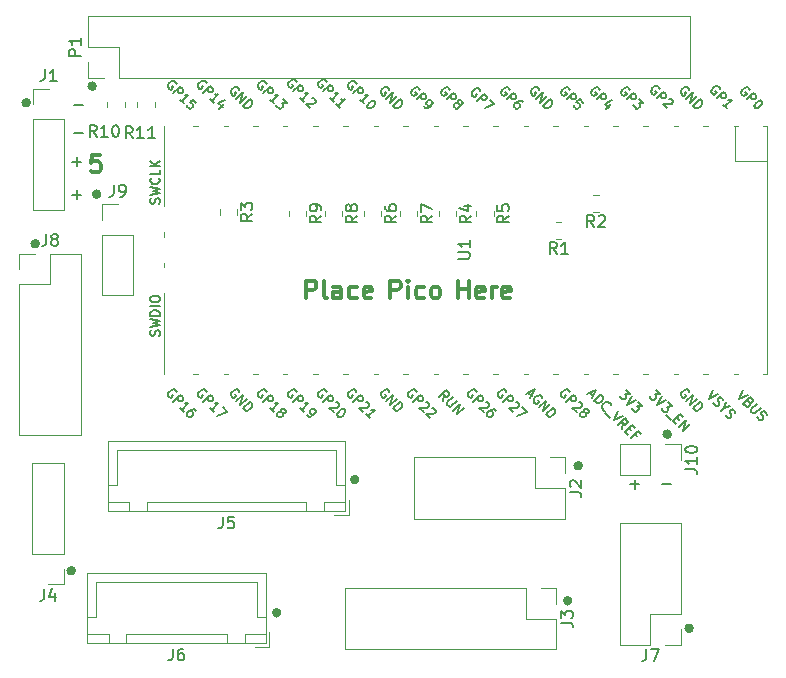
<source format=gto>
G04 #@! TF.GenerationSoftware,KiCad,Pcbnew,7.0.0-da2b9df05c~163~ubuntu22.04.1*
G04 #@! TF.CreationDate,2023-03-12T18:50:27+00:00*
G04 #@! TF.ProjectId,mt32pipico,6d743332-7069-4706-9963-6f2e6b696361,rev?*
G04 #@! TF.SameCoordinates,Original*
G04 #@! TF.FileFunction,Legend,Top*
G04 #@! TF.FilePolarity,Positive*
%FSLAX46Y46*%
G04 Gerber Fmt 4.6, Leading zero omitted, Abs format (unit mm)*
G04 Created by KiCad (PCBNEW 7.0.0-da2b9df05c~163~ubuntu22.04.1) date 2023-03-12 18:50:27*
%MOMM*%
%LPD*%
G01*
G04 APERTURE LIST*
%ADD10C,0.400000*%
%ADD11C,0.200000*%
%ADD12C,0.300000*%
%ADD13C,0.150000*%
%ADD14C,0.120000*%
G04 APERTURE END LIST*
D10*
X190573000Y-105918000D02*
G75*
G03*
X190573000Y-105918000I-200000J0D01*
G01*
X186763000Y-66294000D02*
G75*
G03*
X186763000Y-66294000I-200000J0D01*
G01*
X187525000Y-78232000D02*
G75*
G03*
X187525000Y-78232000I-200000J0D01*
G01*
X214576000Y-98200000D02*
G75*
G03*
X214576000Y-98200000I-200000J0D01*
G01*
X232610000Y-108458000D02*
G75*
G03*
X232610000Y-108458000I-200000J0D01*
G01*
X192732000Y-74041000D02*
G75*
G03*
X192732000Y-74041000I-200000J0D01*
G01*
X192351000Y-64897000D02*
G75*
G03*
X192351000Y-64897000I-200000J0D01*
G01*
X242897000Y-110790000D02*
G75*
G03*
X242897000Y-110790000I-200000J0D01*
G01*
X233499000Y-97028000D02*
G75*
G03*
X233499000Y-97028000I-200000J0D01*
G01*
X241038000Y-94361000D02*
G75*
G03*
X241038000Y-94361000I-200000J0D01*
G01*
X207972000Y-109474000D02*
G75*
G03*
X207972000Y-109474000I-200000J0D01*
G01*
D11*
X190611095Y-66457428D02*
X191373000Y-66457428D01*
D12*
X192841428Y-70690571D02*
X192127142Y-70690571D01*
X192127142Y-70690571D02*
X192055714Y-71404857D01*
X192055714Y-71404857D02*
X192127142Y-71333428D01*
X192127142Y-71333428D02*
X192270000Y-71262000D01*
X192270000Y-71262000D02*
X192627142Y-71262000D01*
X192627142Y-71262000D02*
X192770000Y-71333428D01*
X192770000Y-71333428D02*
X192841428Y-71404857D01*
X192841428Y-71404857D02*
X192912857Y-71547714D01*
X192912857Y-71547714D02*
X192912857Y-71904857D01*
X192912857Y-71904857D02*
X192841428Y-72047714D01*
X192841428Y-72047714D02*
X192770000Y-72119142D01*
X192770000Y-72119142D02*
X192627142Y-72190571D01*
X192627142Y-72190571D02*
X192270000Y-72190571D01*
X192270000Y-72190571D02*
X192127142Y-72119142D01*
X192127142Y-72119142D02*
X192055714Y-72047714D01*
D11*
X240395095Y-98588428D02*
X241157000Y-98588428D01*
X190484095Y-71283428D02*
X191246000Y-71283428D01*
X190865047Y-71664380D02*
X190865047Y-70902476D01*
X190484095Y-74077428D02*
X191246000Y-74077428D01*
X190865047Y-74458380D02*
X190865047Y-73696476D01*
X237728095Y-98588428D02*
X238490000Y-98588428D01*
X238109047Y-98969380D02*
X238109047Y-98207476D01*
D12*
X210288142Y-82858571D02*
X210288142Y-81358571D01*
X210288142Y-81358571D02*
X210859571Y-81358571D01*
X210859571Y-81358571D02*
X211002428Y-81430000D01*
X211002428Y-81430000D02*
X211073857Y-81501428D01*
X211073857Y-81501428D02*
X211145285Y-81644285D01*
X211145285Y-81644285D02*
X211145285Y-81858571D01*
X211145285Y-81858571D02*
X211073857Y-82001428D01*
X211073857Y-82001428D02*
X211002428Y-82072857D01*
X211002428Y-82072857D02*
X210859571Y-82144285D01*
X210859571Y-82144285D02*
X210288142Y-82144285D01*
X212002428Y-82858571D02*
X211859571Y-82787142D01*
X211859571Y-82787142D02*
X211788142Y-82644285D01*
X211788142Y-82644285D02*
X211788142Y-81358571D01*
X213216714Y-82858571D02*
X213216714Y-82072857D01*
X213216714Y-82072857D02*
X213145285Y-81930000D01*
X213145285Y-81930000D02*
X213002428Y-81858571D01*
X213002428Y-81858571D02*
X212716714Y-81858571D01*
X212716714Y-81858571D02*
X212573856Y-81930000D01*
X213216714Y-82787142D02*
X213073856Y-82858571D01*
X213073856Y-82858571D02*
X212716714Y-82858571D01*
X212716714Y-82858571D02*
X212573856Y-82787142D01*
X212573856Y-82787142D02*
X212502428Y-82644285D01*
X212502428Y-82644285D02*
X212502428Y-82501428D01*
X212502428Y-82501428D02*
X212573856Y-82358571D01*
X212573856Y-82358571D02*
X212716714Y-82287142D01*
X212716714Y-82287142D02*
X213073856Y-82287142D01*
X213073856Y-82287142D02*
X213216714Y-82215714D01*
X214573857Y-82787142D02*
X214430999Y-82858571D01*
X214430999Y-82858571D02*
X214145285Y-82858571D01*
X214145285Y-82858571D02*
X214002428Y-82787142D01*
X214002428Y-82787142D02*
X213930999Y-82715714D01*
X213930999Y-82715714D02*
X213859571Y-82572857D01*
X213859571Y-82572857D02*
X213859571Y-82144285D01*
X213859571Y-82144285D02*
X213930999Y-82001428D01*
X213930999Y-82001428D02*
X214002428Y-81930000D01*
X214002428Y-81930000D02*
X214145285Y-81858571D01*
X214145285Y-81858571D02*
X214430999Y-81858571D01*
X214430999Y-81858571D02*
X214573857Y-81930000D01*
X215788142Y-82787142D02*
X215645285Y-82858571D01*
X215645285Y-82858571D02*
X215359571Y-82858571D01*
X215359571Y-82858571D02*
X215216713Y-82787142D01*
X215216713Y-82787142D02*
X215145285Y-82644285D01*
X215145285Y-82644285D02*
X215145285Y-82072857D01*
X215145285Y-82072857D02*
X215216713Y-81930000D01*
X215216713Y-81930000D02*
X215359571Y-81858571D01*
X215359571Y-81858571D02*
X215645285Y-81858571D01*
X215645285Y-81858571D02*
X215788142Y-81930000D01*
X215788142Y-81930000D02*
X215859571Y-82072857D01*
X215859571Y-82072857D02*
X215859571Y-82215714D01*
X215859571Y-82215714D02*
X215145285Y-82358571D01*
X217402427Y-82858571D02*
X217402427Y-81358571D01*
X217402427Y-81358571D02*
X217973856Y-81358571D01*
X217973856Y-81358571D02*
X218116713Y-81430000D01*
X218116713Y-81430000D02*
X218188142Y-81501428D01*
X218188142Y-81501428D02*
X218259570Y-81644285D01*
X218259570Y-81644285D02*
X218259570Y-81858571D01*
X218259570Y-81858571D02*
X218188142Y-82001428D01*
X218188142Y-82001428D02*
X218116713Y-82072857D01*
X218116713Y-82072857D02*
X217973856Y-82144285D01*
X217973856Y-82144285D02*
X217402427Y-82144285D01*
X218902427Y-82858571D02*
X218902427Y-81858571D01*
X218902427Y-81358571D02*
X218830999Y-81430000D01*
X218830999Y-81430000D02*
X218902427Y-81501428D01*
X218902427Y-81501428D02*
X218973856Y-81430000D01*
X218973856Y-81430000D02*
X218902427Y-81358571D01*
X218902427Y-81358571D02*
X218902427Y-81501428D01*
X220259571Y-82787142D02*
X220116713Y-82858571D01*
X220116713Y-82858571D02*
X219830999Y-82858571D01*
X219830999Y-82858571D02*
X219688142Y-82787142D01*
X219688142Y-82787142D02*
X219616713Y-82715714D01*
X219616713Y-82715714D02*
X219545285Y-82572857D01*
X219545285Y-82572857D02*
X219545285Y-82144285D01*
X219545285Y-82144285D02*
X219616713Y-82001428D01*
X219616713Y-82001428D02*
X219688142Y-81930000D01*
X219688142Y-81930000D02*
X219830999Y-81858571D01*
X219830999Y-81858571D02*
X220116713Y-81858571D01*
X220116713Y-81858571D02*
X220259571Y-81930000D01*
X221116713Y-82858571D02*
X220973856Y-82787142D01*
X220973856Y-82787142D02*
X220902427Y-82715714D01*
X220902427Y-82715714D02*
X220830999Y-82572857D01*
X220830999Y-82572857D02*
X220830999Y-82144285D01*
X220830999Y-82144285D02*
X220902427Y-82001428D01*
X220902427Y-82001428D02*
X220973856Y-81930000D01*
X220973856Y-81930000D02*
X221116713Y-81858571D01*
X221116713Y-81858571D02*
X221330999Y-81858571D01*
X221330999Y-81858571D02*
X221473856Y-81930000D01*
X221473856Y-81930000D02*
X221545285Y-82001428D01*
X221545285Y-82001428D02*
X221616713Y-82144285D01*
X221616713Y-82144285D02*
X221616713Y-82572857D01*
X221616713Y-82572857D02*
X221545285Y-82715714D01*
X221545285Y-82715714D02*
X221473856Y-82787142D01*
X221473856Y-82787142D02*
X221330999Y-82858571D01*
X221330999Y-82858571D02*
X221116713Y-82858571D01*
X223159570Y-82858571D02*
X223159570Y-81358571D01*
X223159570Y-82072857D02*
X224016713Y-82072857D01*
X224016713Y-82858571D02*
X224016713Y-81358571D01*
X225302428Y-82787142D02*
X225159571Y-82858571D01*
X225159571Y-82858571D02*
X224873857Y-82858571D01*
X224873857Y-82858571D02*
X224730999Y-82787142D01*
X224730999Y-82787142D02*
X224659571Y-82644285D01*
X224659571Y-82644285D02*
X224659571Y-82072857D01*
X224659571Y-82072857D02*
X224730999Y-81930000D01*
X224730999Y-81930000D02*
X224873857Y-81858571D01*
X224873857Y-81858571D02*
X225159571Y-81858571D01*
X225159571Y-81858571D02*
X225302428Y-81930000D01*
X225302428Y-81930000D02*
X225373857Y-82072857D01*
X225373857Y-82072857D02*
X225373857Y-82215714D01*
X225373857Y-82215714D02*
X224659571Y-82358571D01*
X226016713Y-82858571D02*
X226016713Y-81858571D01*
X226016713Y-82144285D02*
X226088142Y-82001428D01*
X226088142Y-82001428D02*
X226159571Y-81930000D01*
X226159571Y-81930000D02*
X226302428Y-81858571D01*
X226302428Y-81858571D02*
X226445285Y-81858571D01*
X227516713Y-82787142D02*
X227373856Y-82858571D01*
X227373856Y-82858571D02*
X227088142Y-82858571D01*
X227088142Y-82858571D02*
X226945284Y-82787142D01*
X226945284Y-82787142D02*
X226873856Y-82644285D01*
X226873856Y-82644285D02*
X226873856Y-82072857D01*
X226873856Y-82072857D02*
X226945284Y-81930000D01*
X226945284Y-81930000D02*
X227088142Y-81858571D01*
X227088142Y-81858571D02*
X227373856Y-81858571D01*
X227373856Y-81858571D02*
X227516713Y-81930000D01*
X227516713Y-81930000D02*
X227588142Y-82072857D01*
X227588142Y-82072857D02*
X227588142Y-82215714D01*
X227588142Y-82215714D02*
X226873856Y-82358571D01*
D11*
X190611095Y-68870428D02*
X191373000Y-68870428D01*
D13*
X234656333Y-76820380D02*
X234323000Y-76344190D01*
X234084905Y-76820380D02*
X234084905Y-75820380D01*
X234084905Y-75820380D02*
X234465857Y-75820380D01*
X234465857Y-75820380D02*
X234561095Y-75868000D01*
X234561095Y-75868000D02*
X234608714Y-75915619D01*
X234608714Y-75915619D02*
X234656333Y-76010857D01*
X234656333Y-76010857D02*
X234656333Y-76153714D01*
X234656333Y-76153714D02*
X234608714Y-76248952D01*
X234608714Y-76248952D02*
X234561095Y-76296571D01*
X234561095Y-76296571D02*
X234465857Y-76344190D01*
X234465857Y-76344190D02*
X234084905Y-76344190D01*
X235037286Y-75915619D02*
X235084905Y-75868000D01*
X235084905Y-75868000D02*
X235180143Y-75820380D01*
X235180143Y-75820380D02*
X235418238Y-75820380D01*
X235418238Y-75820380D02*
X235513476Y-75868000D01*
X235513476Y-75868000D02*
X235561095Y-75915619D01*
X235561095Y-75915619D02*
X235608714Y-76010857D01*
X235608714Y-76010857D02*
X235608714Y-76106095D01*
X235608714Y-76106095D02*
X235561095Y-76248952D01*
X235561095Y-76248952D02*
X234989667Y-76820380D01*
X234989667Y-76820380D02*
X235608714Y-76820380D01*
X231481333Y-79106380D02*
X231148000Y-78630190D01*
X230909905Y-79106380D02*
X230909905Y-78106380D01*
X230909905Y-78106380D02*
X231290857Y-78106380D01*
X231290857Y-78106380D02*
X231386095Y-78154000D01*
X231386095Y-78154000D02*
X231433714Y-78201619D01*
X231433714Y-78201619D02*
X231481333Y-78296857D01*
X231481333Y-78296857D02*
X231481333Y-78439714D01*
X231481333Y-78439714D02*
X231433714Y-78534952D01*
X231433714Y-78534952D02*
X231386095Y-78582571D01*
X231386095Y-78582571D02*
X231290857Y-78630190D01*
X231290857Y-78630190D02*
X230909905Y-78630190D01*
X232433714Y-79106380D02*
X231862286Y-79106380D01*
X232148000Y-79106380D02*
X232148000Y-78106380D01*
X232148000Y-78106380D02*
X232052762Y-78249238D01*
X232052762Y-78249238D02*
X231957524Y-78344476D01*
X231957524Y-78344476D02*
X231862286Y-78392095D01*
X205725380Y-75708166D02*
X205249190Y-76041499D01*
X205725380Y-76279594D02*
X204725380Y-76279594D01*
X204725380Y-76279594D02*
X204725380Y-75898642D01*
X204725380Y-75898642D02*
X204773000Y-75803404D01*
X204773000Y-75803404D02*
X204820619Y-75755785D01*
X204820619Y-75755785D02*
X204915857Y-75708166D01*
X204915857Y-75708166D02*
X205058714Y-75708166D01*
X205058714Y-75708166D02*
X205153952Y-75755785D01*
X205153952Y-75755785D02*
X205201571Y-75803404D01*
X205201571Y-75803404D02*
X205249190Y-75898642D01*
X205249190Y-75898642D02*
X205249190Y-76279594D01*
X204725380Y-75374832D02*
X204725380Y-74755785D01*
X204725380Y-74755785D02*
X205106333Y-75089118D01*
X205106333Y-75089118D02*
X205106333Y-74946261D01*
X205106333Y-74946261D02*
X205153952Y-74851023D01*
X205153952Y-74851023D02*
X205201571Y-74803404D01*
X205201571Y-74803404D02*
X205296809Y-74755785D01*
X205296809Y-74755785D02*
X205534904Y-74755785D01*
X205534904Y-74755785D02*
X205630142Y-74803404D01*
X205630142Y-74803404D02*
X205677761Y-74851023D01*
X205677761Y-74851023D02*
X205725380Y-74946261D01*
X205725380Y-74946261D02*
X205725380Y-75231975D01*
X205725380Y-75231975D02*
X205677761Y-75327213D01*
X205677761Y-75327213D02*
X205630142Y-75374832D01*
X188134666Y-63458380D02*
X188134666Y-64172666D01*
X188134666Y-64172666D02*
X188087047Y-64315523D01*
X188087047Y-64315523D02*
X187991809Y-64410761D01*
X187991809Y-64410761D02*
X187848952Y-64458380D01*
X187848952Y-64458380D02*
X187753714Y-64458380D01*
X189134666Y-64458380D02*
X188563238Y-64458380D01*
X188848952Y-64458380D02*
X188848952Y-63458380D01*
X188848952Y-63458380D02*
X188753714Y-63601238D01*
X188753714Y-63601238D02*
X188658476Y-63696476D01*
X188658476Y-63696476D02*
X188563238Y-63744095D01*
X220965380Y-75858666D02*
X220489190Y-76191999D01*
X220965380Y-76430094D02*
X219965380Y-76430094D01*
X219965380Y-76430094D02*
X219965380Y-76049142D01*
X219965380Y-76049142D02*
X220013000Y-75953904D01*
X220013000Y-75953904D02*
X220060619Y-75906285D01*
X220060619Y-75906285D02*
X220155857Y-75858666D01*
X220155857Y-75858666D02*
X220298714Y-75858666D01*
X220298714Y-75858666D02*
X220393952Y-75906285D01*
X220393952Y-75906285D02*
X220441571Y-75953904D01*
X220441571Y-75953904D02*
X220489190Y-76049142D01*
X220489190Y-76049142D02*
X220489190Y-76430094D01*
X219965380Y-75525332D02*
X219965380Y-74858666D01*
X219965380Y-74858666D02*
X220965380Y-75287237D01*
X224267380Y-75858666D02*
X223791190Y-76191999D01*
X224267380Y-76430094D02*
X223267380Y-76430094D01*
X223267380Y-76430094D02*
X223267380Y-76049142D01*
X223267380Y-76049142D02*
X223315000Y-75953904D01*
X223315000Y-75953904D02*
X223362619Y-75906285D01*
X223362619Y-75906285D02*
X223457857Y-75858666D01*
X223457857Y-75858666D02*
X223600714Y-75858666D01*
X223600714Y-75858666D02*
X223695952Y-75906285D01*
X223695952Y-75906285D02*
X223743571Y-75953904D01*
X223743571Y-75953904D02*
X223791190Y-76049142D01*
X223791190Y-76049142D02*
X223791190Y-76430094D01*
X223600714Y-75001523D02*
X224267380Y-75001523D01*
X223219761Y-75239618D02*
X223934047Y-75477713D01*
X223934047Y-75477713D02*
X223934047Y-74858666D01*
X232578380Y-99261333D02*
X233292666Y-99261333D01*
X233292666Y-99261333D02*
X233435523Y-99308952D01*
X233435523Y-99308952D02*
X233530761Y-99404190D01*
X233530761Y-99404190D02*
X233578380Y-99547047D01*
X233578380Y-99547047D02*
X233578380Y-99642285D01*
X232673619Y-98832761D02*
X232626000Y-98785142D01*
X232626000Y-98785142D02*
X232578380Y-98689904D01*
X232578380Y-98689904D02*
X232578380Y-98451809D01*
X232578380Y-98451809D02*
X232626000Y-98356571D01*
X232626000Y-98356571D02*
X232673619Y-98308952D01*
X232673619Y-98308952D02*
X232768857Y-98261333D01*
X232768857Y-98261333D02*
X232864095Y-98261333D01*
X232864095Y-98261333D02*
X233006952Y-98308952D01*
X233006952Y-98308952D02*
X233578380Y-98880380D01*
X233578380Y-98880380D02*
X233578380Y-98261333D01*
X239066666Y-112558380D02*
X239066666Y-113272666D01*
X239066666Y-113272666D02*
X239019047Y-113415523D01*
X239019047Y-113415523D02*
X238923809Y-113510761D01*
X238923809Y-113510761D02*
X238780952Y-113558380D01*
X238780952Y-113558380D02*
X238685714Y-113558380D01*
X239447619Y-112558380D02*
X240114285Y-112558380D01*
X240114285Y-112558380D02*
X239685714Y-113558380D01*
X231826380Y-110310333D02*
X232540666Y-110310333D01*
X232540666Y-110310333D02*
X232683523Y-110357952D01*
X232683523Y-110357952D02*
X232778761Y-110453190D01*
X232778761Y-110453190D02*
X232826380Y-110596047D01*
X232826380Y-110596047D02*
X232826380Y-110691285D01*
X231826380Y-109929380D02*
X231826380Y-109310333D01*
X231826380Y-109310333D02*
X232207333Y-109643666D01*
X232207333Y-109643666D02*
X232207333Y-109500809D01*
X232207333Y-109500809D02*
X232254952Y-109405571D01*
X232254952Y-109405571D02*
X232302571Y-109357952D01*
X232302571Y-109357952D02*
X232397809Y-109310333D01*
X232397809Y-109310333D02*
X232635904Y-109310333D01*
X232635904Y-109310333D02*
X232731142Y-109357952D01*
X232731142Y-109357952D02*
X232778761Y-109405571D01*
X232778761Y-109405571D02*
X232826380Y-109500809D01*
X232826380Y-109500809D02*
X232826380Y-109786523D01*
X232826380Y-109786523D02*
X232778761Y-109881761D01*
X232778761Y-109881761D02*
X232731142Y-109929380D01*
X217917380Y-75858666D02*
X217441190Y-76191999D01*
X217917380Y-76430094D02*
X216917380Y-76430094D01*
X216917380Y-76430094D02*
X216917380Y-76049142D01*
X216917380Y-76049142D02*
X216965000Y-75953904D01*
X216965000Y-75953904D02*
X217012619Y-75906285D01*
X217012619Y-75906285D02*
X217107857Y-75858666D01*
X217107857Y-75858666D02*
X217250714Y-75858666D01*
X217250714Y-75858666D02*
X217345952Y-75906285D01*
X217345952Y-75906285D02*
X217393571Y-75953904D01*
X217393571Y-75953904D02*
X217441190Y-76049142D01*
X217441190Y-76049142D02*
X217441190Y-76430094D01*
X216917380Y-75001523D02*
X216917380Y-75191999D01*
X216917380Y-75191999D02*
X216965000Y-75287237D01*
X216965000Y-75287237D02*
X217012619Y-75334856D01*
X217012619Y-75334856D02*
X217155476Y-75430094D01*
X217155476Y-75430094D02*
X217345952Y-75477713D01*
X217345952Y-75477713D02*
X217726904Y-75477713D01*
X217726904Y-75477713D02*
X217822142Y-75430094D01*
X217822142Y-75430094D02*
X217869761Y-75382475D01*
X217869761Y-75382475D02*
X217917380Y-75287237D01*
X217917380Y-75287237D02*
X217917380Y-75096761D01*
X217917380Y-75096761D02*
X217869761Y-75001523D01*
X217869761Y-75001523D02*
X217822142Y-74953904D01*
X217822142Y-74953904D02*
X217726904Y-74906285D01*
X217726904Y-74906285D02*
X217488809Y-74906285D01*
X217488809Y-74906285D02*
X217393571Y-74953904D01*
X217393571Y-74953904D02*
X217345952Y-75001523D01*
X217345952Y-75001523D02*
X217298333Y-75096761D01*
X217298333Y-75096761D02*
X217298333Y-75287237D01*
X217298333Y-75287237D02*
X217345952Y-75382475D01*
X217345952Y-75382475D02*
X217393571Y-75430094D01*
X217393571Y-75430094D02*
X217488809Y-75477713D01*
X192524142Y-69177880D02*
X192190809Y-68701690D01*
X191952714Y-69177880D02*
X191952714Y-68177880D01*
X191952714Y-68177880D02*
X192333666Y-68177880D01*
X192333666Y-68177880D02*
X192428904Y-68225500D01*
X192428904Y-68225500D02*
X192476523Y-68273119D01*
X192476523Y-68273119D02*
X192524142Y-68368357D01*
X192524142Y-68368357D02*
X192524142Y-68511214D01*
X192524142Y-68511214D02*
X192476523Y-68606452D01*
X192476523Y-68606452D02*
X192428904Y-68654071D01*
X192428904Y-68654071D02*
X192333666Y-68701690D01*
X192333666Y-68701690D02*
X191952714Y-68701690D01*
X193476523Y-69177880D02*
X192905095Y-69177880D01*
X193190809Y-69177880D02*
X193190809Y-68177880D01*
X193190809Y-68177880D02*
X193095571Y-68320738D01*
X193095571Y-68320738D02*
X193000333Y-68415976D01*
X193000333Y-68415976D02*
X192905095Y-68463595D01*
X194095571Y-68177880D02*
X194190809Y-68177880D01*
X194190809Y-68177880D02*
X194286047Y-68225500D01*
X194286047Y-68225500D02*
X194333666Y-68273119D01*
X194333666Y-68273119D02*
X194381285Y-68368357D01*
X194381285Y-68368357D02*
X194428904Y-68558833D01*
X194428904Y-68558833D02*
X194428904Y-68796928D01*
X194428904Y-68796928D02*
X194381285Y-68987404D01*
X194381285Y-68987404D02*
X194333666Y-69082642D01*
X194333666Y-69082642D02*
X194286047Y-69130261D01*
X194286047Y-69130261D02*
X194190809Y-69177880D01*
X194190809Y-69177880D02*
X194095571Y-69177880D01*
X194095571Y-69177880D02*
X194000333Y-69130261D01*
X194000333Y-69130261D02*
X193952714Y-69082642D01*
X193952714Y-69082642D02*
X193905095Y-68987404D01*
X193905095Y-68987404D02*
X193857476Y-68796928D01*
X193857476Y-68796928D02*
X193857476Y-68558833D01*
X193857476Y-68558833D02*
X193905095Y-68368357D01*
X193905095Y-68368357D02*
X193952714Y-68273119D01*
X193952714Y-68273119D02*
X194000333Y-68225500D01*
X194000333Y-68225500D02*
X194095571Y-68177880D01*
X193976666Y-73237380D02*
X193976666Y-73951666D01*
X193976666Y-73951666D02*
X193929047Y-74094523D01*
X193929047Y-74094523D02*
X193833809Y-74189761D01*
X193833809Y-74189761D02*
X193690952Y-74237380D01*
X193690952Y-74237380D02*
X193595714Y-74237380D01*
X194500476Y-74237380D02*
X194690952Y-74237380D01*
X194690952Y-74237380D02*
X194786190Y-74189761D01*
X194786190Y-74189761D02*
X194833809Y-74142142D01*
X194833809Y-74142142D02*
X194929047Y-73999285D01*
X194929047Y-73999285D02*
X194976666Y-73808809D01*
X194976666Y-73808809D02*
X194976666Y-73427857D01*
X194976666Y-73427857D02*
X194929047Y-73332619D01*
X194929047Y-73332619D02*
X194881428Y-73285000D01*
X194881428Y-73285000D02*
X194786190Y-73237380D01*
X194786190Y-73237380D02*
X194595714Y-73237380D01*
X194595714Y-73237380D02*
X194500476Y-73285000D01*
X194500476Y-73285000D02*
X194452857Y-73332619D01*
X194452857Y-73332619D02*
X194405238Y-73427857D01*
X194405238Y-73427857D02*
X194405238Y-73665952D01*
X194405238Y-73665952D02*
X194452857Y-73761190D01*
X194452857Y-73761190D02*
X194500476Y-73808809D01*
X194500476Y-73808809D02*
X194595714Y-73856428D01*
X194595714Y-73856428D02*
X194786190Y-73856428D01*
X194786190Y-73856428D02*
X194881428Y-73808809D01*
X194881428Y-73808809D02*
X194929047Y-73761190D01*
X194929047Y-73761190D02*
X194976666Y-73665952D01*
X198969666Y-112518380D02*
X198969666Y-113232666D01*
X198969666Y-113232666D02*
X198922047Y-113375523D01*
X198922047Y-113375523D02*
X198826809Y-113470761D01*
X198826809Y-113470761D02*
X198683952Y-113518380D01*
X198683952Y-113518380D02*
X198588714Y-113518380D01*
X199874428Y-112518380D02*
X199683952Y-112518380D01*
X199683952Y-112518380D02*
X199588714Y-112566000D01*
X199588714Y-112566000D02*
X199541095Y-112613619D01*
X199541095Y-112613619D02*
X199445857Y-112756476D01*
X199445857Y-112756476D02*
X199398238Y-112946952D01*
X199398238Y-112946952D02*
X199398238Y-113327904D01*
X199398238Y-113327904D02*
X199445857Y-113423142D01*
X199445857Y-113423142D02*
X199493476Y-113470761D01*
X199493476Y-113470761D02*
X199588714Y-113518380D01*
X199588714Y-113518380D02*
X199779190Y-113518380D01*
X199779190Y-113518380D02*
X199874428Y-113470761D01*
X199874428Y-113470761D02*
X199922047Y-113423142D01*
X199922047Y-113423142D02*
X199969666Y-113327904D01*
X199969666Y-113327904D02*
X199969666Y-113089809D01*
X199969666Y-113089809D02*
X199922047Y-112994571D01*
X199922047Y-112994571D02*
X199874428Y-112946952D01*
X199874428Y-112946952D02*
X199779190Y-112899333D01*
X199779190Y-112899333D02*
X199588714Y-112899333D01*
X199588714Y-112899333D02*
X199493476Y-112946952D01*
X199493476Y-112946952D02*
X199445857Y-112994571D01*
X199445857Y-112994571D02*
X199398238Y-113089809D01*
X223141380Y-79501904D02*
X223950904Y-79501904D01*
X223950904Y-79501904D02*
X224046142Y-79454285D01*
X224046142Y-79454285D02*
X224093761Y-79406666D01*
X224093761Y-79406666D02*
X224141380Y-79311428D01*
X224141380Y-79311428D02*
X224141380Y-79120952D01*
X224141380Y-79120952D02*
X224093761Y-79025714D01*
X224093761Y-79025714D02*
X224046142Y-78978095D01*
X224046142Y-78978095D02*
X223950904Y-78930476D01*
X223950904Y-78930476D02*
X223141380Y-78930476D01*
X224141380Y-77930476D02*
X224141380Y-78501904D01*
X224141380Y-78216190D02*
X223141380Y-78216190D01*
X223141380Y-78216190D02*
X223284238Y-78311428D01*
X223284238Y-78311428D02*
X223379476Y-78406666D01*
X223379476Y-78406666D02*
X223427095Y-78501904D01*
X214531490Y-90789638D02*
X214504553Y-90708826D01*
X214504553Y-90708826D02*
X214423741Y-90628014D01*
X214423741Y-90628014D02*
X214315991Y-90574139D01*
X214315991Y-90574139D02*
X214208241Y-90574139D01*
X214208241Y-90574139D02*
X214127429Y-90601077D01*
X214127429Y-90601077D02*
X213992742Y-90681889D01*
X213992742Y-90681889D02*
X213911930Y-90762701D01*
X213911930Y-90762701D02*
X213831118Y-90897388D01*
X213831118Y-90897388D02*
X213804180Y-90978200D01*
X213804180Y-90978200D02*
X213804180Y-91085950D01*
X213804180Y-91085950D02*
X213858055Y-91193699D01*
X213858055Y-91193699D02*
X213911930Y-91247574D01*
X213911930Y-91247574D02*
X214019680Y-91301449D01*
X214019680Y-91301449D02*
X214073554Y-91301449D01*
X214073554Y-91301449D02*
X214262116Y-91112887D01*
X214262116Y-91112887D02*
X214154367Y-91005138D01*
X214262116Y-91597760D02*
X214827802Y-91032075D01*
X214827802Y-91032075D02*
X215043301Y-91247574D01*
X215043301Y-91247574D02*
X215070238Y-91328386D01*
X215070238Y-91328386D02*
X215070238Y-91382261D01*
X215070238Y-91382261D02*
X215043301Y-91463073D01*
X215043301Y-91463073D02*
X214962489Y-91543886D01*
X214962489Y-91543886D02*
X214881676Y-91570823D01*
X214881676Y-91570823D02*
X214827802Y-91570823D01*
X214827802Y-91570823D02*
X214746989Y-91543886D01*
X214746989Y-91543886D02*
X214531490Y-91328386D01*
X215312675Y-91624698D02*
X215366550Y-91624698D01*
X215366550Y-91624698D02*
X215447362Y-91651635D01*
X215447362Y-91651635D02*
X215582049Y-91786322D01*
X215582049Y-91786322D02*
X215608986Y-91867134D01*
X215608986Y-91867134D02*
X215608986Y-91921009D01*
X215608986Y-91921009D02*
X215582049Y-92001821D01*
X215582049Y-92001821D02*
X215528174Y-92055696D01*
X215528174Y-92055696D02*
X215420425Y-92109571D01*
X215420425Y-92109571D02*
X214773927Y-92109571D01*
X214773927Y-92109571D02*
X215124113Y-92459757D01*
X215662861Y-92998505D02*
X215339612Y-92675257D01*
X215501237Y-92836881D02*
X216066922Y-92271196D01*
X216066922Y-92271196D02*
X215932235Y-92298133D01*
X215932235Y-92298133D02*
X215824486Y-92298133D01*
X215824486Y-92298133D02*
X215743673Y-92271196D01*
X206921490Y-90789638D02*
X206894553Y-90708826D01*
X206894553Y-90708826D02*
X206813741Y-90628014D01*
X206813741Y-90628014D02*
X206705991Y-90574139D01*
X206705991Y-90574139D02*
X206598241Y-90574139D01*
X206598241Y-90574139D02*
X206517429Y-90601077D01*
X206517429Y-90601077D02*
X206382742Y-90681889D01*
X206382742Y-90681889D02*
X206301930Y-90762701D01*
X206301930Y-90762701D02*
X206221118Y-90897388D01*
X206221118Y-90897388D02*
X206194180Y-90978200D01*
X206194180Y-90978200D02*
X206194180Y-91085950D01*
X206194180Y-91085950D02*
X206248055Y-91193699D01*
X206248055Y-91193699D02*
X206301930Y-91247574D01*
X206301930Y-91247574D02*
X206409680Y-91301449D01*
X206409680Y-91301449D02*
X206463554Y-91301449D01*
X206463554Y-91301449D02*
X206652116Y-91112887D01*
X206652116Y-91112887D02*
X206544367Y-91005138D01*
X206652116Y-91597760D02*
X207217802Y-91032075D01*
X207217802Y-91032075D02*
X207433301Y-91247574D01*
X207433301Y-91247574D02*
X207460238Y-91328386D01*
X207460238Y-91328386D02*
X207460238Y-91382261D01*
X207460238Y-91382261D02*
X207433301Y-91463073D01*
X207433301Y-91463073D02*
X207352489Y-91543886D01*
X207352489Y-91543886D02*
X207271676Y-91570823D01*
X207271676Y-91570823D02*
X207217802Y-91570823D01*
X207217802Y-91570823D02*
X207136989Y-91543886D01*
X207136989Y-91543886D02*
X206921490Y-91328386D01*
X207514113Y-92459757D02*
X207190864Y-92136508D01*
X207352489Y-92298133D02*
X207918174Y-91732447D01*
X207918174Y-91732447D02*
X207783487Y-91759385D01*
X207783487Y-91759385D02*
X207675738Y-91759385D01*
X207675738Y-91759385D02*
X207594925Y-91732447D01*
X208160611Y-92459757D02*
X208133673Y-92378945D01*
X208133673Y-92378945D02*
X208133673Y-92325070D01*
X208133673Y-92325070D02*
X208160611Y-92244258D01*
X208160611Y-92244258D02*
X208187548Y-92217321D01*
X208187548Y-92217321D02*
X208268361Y-92190383D01*
X208268361Y-92190383D02*
X208322235Y-92190383D01*
X208322235Y-92190383D02*
X208403048Y-92217321D01*
X208403048Y-92217321D02*
X208510797Y-92325070D01*
X208510797Y-92325070D02*
X208537735Y-92405883D01*
X208537735Y-92405883D02*
X208537735Y-92459757D01*
X208537735Y-92459757D02*
X208510797Y-92540570D01*
X208510797Y-92540570D02*
X208483860Y-92567507D01*
X208483860Y-92567507D02*
X208403048Y-92594444D01*
X208403048Y-92594444D02*
X208349173Y-92594444D01*
X208349173Y-92594444D02*
X208268361Y-92567507D01*
X208268361Y-92567507D02*
X208160611Y-92459757D01*
X208160611Y-92459757D02*
X208079799Y-92432820D01*
X208079799Y-92432820D02*
X208025924Y-92432820D01*
X208025924Y-92432820D02*
X207945112Y-92459757D01*
X207945112Y-92459757D02*
X207837362Y-92567507D01*
X207837362Y-92567507D02*
X207810425Y-92648319D01*
X207810425Y-92648319D02*
X207810425Y-92702194D01*
X207810425Y-92702194D02*
X207837362Y-92783006D01*
X207837362Y-92783006D02*
X207945112Y-92890756D01*
X207945112Y-92890756D02*
X208025924Y-92917693D01*
X208025924Y-92917693D02*
X208079799Y-92917693D01*
X208079799Y-92917693D02*
X208160611Y-92890756D01*
X208160611Y-92890756D02*
X208268361Y-92783006D01*
X208268361Y-92783006D02*
X208295298Y-92702194D01*
X208295298Y-92702194D02*
X208295298Y-92648319D01*
X208295298Y-92648319D02*
X208268361Y-92567507D01*
X227231490Y-90789638D02*
X227204553Y-90708826D01*
X227204553Y-90708826D02*
X227123741Y-90628014D01*
X227123741Y-90628014D02*
X227015991Y-90574139D01*
X227015991Y-90574139D02*
X226908241Y-90574139D01*
X226908241Y-90574139D02*
X226827429Y-90601077D01*
X226827429Y-90601077D02*
X226692742Y-90681889D01*
X226692742Y-90681889D02*
X226611930Y-90762701D01*
X226611930Y-90762701D02*
X226531118Y-90897388D01*
X226531118Y-90897388D02*
X226504180Y-90978200D01*
X226504180Y-90978200D02*
X226504180Y-91085950D01*
X226504180Y-91085950D02*
X226558055Y-91193699D01*
X226558055Y-91193699D02*
X226611930Y-91247574D01*
X226611930Y-91247574D02*
X226719680Y-91301449D01*
X226719680Y-91301449D02*
X226773554Y-91301449D01*
X226773554Y-91301449D02*
X226962116Y-91112887D01*
X226962116Y-91112887D02*
X226854367Y-91005138D01*
X226962116Y-91597760D02*
X227527802Y-91032075D01*
X227527802Y-91032075D02*
X227743301Y-91247574D01*
X227743301Y-91247574D02*
X227770238Y-91328386D01*
X227770238Y-91328386D02*
X227770238Y-91382261D01*
X227770238Y-91382261D02*
X227743301Y-91463073D01*
X227743301Y-91463073D02*
X227662489Y-91543886D01*
X227662489Y-91543886D02*
X227581676Y-91570823D01*
X227581676Y-91570823D02*
X227527802Y-91570823D01*
X227527802Y-91570823D02*
X227446989Y-91543886D01*
X227446989Y-91543886D02*
X227231490Y-91328386D01*
X228012675Y-91624698D02*
X228066550Y-91624698D01*
X228066550Y-91624698D02*
X228147362Y-91651635D01*
X228147362Y-91651635D02*
X228282049Y-91786322D01*
X228282049Y-91786322D02*
X228308986Y-91867134D01*
X228308986Y-91867134D02*
X228308986Y-91921009D01*
X228308986Y-91921009D02*
X228282049Y-92001821D01*
X228282049Y-92001821D02*
X228228174Y-92055696D01*
X228228174Y-92055696D02*
X228120425Y-92109571D01*
X228120425Y-92109571D02*
X227473927Y-92109571D01*
X227473927Y-92109571D02*
X227824113Y-92459757D01*
X228578361Y-92082634D02*
X228955484Y-92459757D01*
X228955484Y-92459757D02*
X228147362Y-92783006D01*
X245300865Y-65105013D02*
X245273927Y-65024201D01*
X245273927Y-65024201D02*
X245193115Y-64943388D01*
X245193115Y-64943388D02*
X245085366Y-64889514D01*
X245085366Y-64889514D02*
X244977616Y-64889514D01*
X244977616Y-64889514D02*
X244896804Y-64916451D01*
X244896804Y-64916451D02*
X244762117Y-64997263D01*
X244762117Y-64997263D02*
X244681304Y-65078075D01*
X244681304Y-65078075D02*
X244600492Y-65212762D01*
X244600492Y-65212762D02*
X244573555Y-65293575D01*
X244573555Y-65293575D02*
X244573555Y-65401324D01*
X244573555Y-65401324D02*
X244627430Y-65509074D01*
X244627430Y-65509074D02*
X244681304Y-65562949D01*
X244681304Y-65562949D02*
X244789054Y-65616823D01*
X244789054Y-65616823D02*
X244842929Y-65616823D01*
X244842929Y-65616823D02*
X245031491Y-65428262D01*
X245031491Y-65428262D02*
X244923741Y-65320512D01*
X245031491Y-65913135D02*
X245597176Y-65347449D01*
X245597176Y-65347449D02*
X245812675Y-65562949D01*
X245812675Y-65562949D02*
X245839613Y-65643761D01*
X245839613Y-65643761D02*
X245839613Y-65697636D01*
X245839613Y-65697636D02*
X245812675Y-65778448D01*
X245812675Y-65778448D02*
X245731863Y-65859260D01*
X245731863Y-65859260D02*
X245651051Y-65886197D01*
X245651051Y-65886197D02*
X245597176Y-65886197D01*
X245597176Y-65886197D02*
X245516364Y-65859260D01*
X245516364Y-65859260D02*
X245300865Y-65643761D01*
X245893488Y-66775132D02*
X245570239Y-66451883D01*
X245731863Y-66613507D02*
X246297549Y-66047822D01*
X246297549Y-66047822D02*
X246162862Y-66074759D01*
X246162862Y-66074759D02*
X246055112Y-66074759D01*
X246055112Y-66074759D02*
X245974300Y-66047822D01*
X212001490Y-90789638D02*
X211974553Y-90708826D01*
X211974553Y-90708826D02*
X211893741Y-90628014D01*
X211893741Y-90628014D02*
X211785991Y-90574139D01*
X211785991Y-90574139D02*
X211678241Y-90574139D01*
X211678241Y-90574139D02*
X211597429Y-90601077D01*
X211597429Y-90601077D02*
X211462742Y-90681889D01*
X211462742Y-90681889D02*
X211381930Y-90762701D01*
X211381930Y-90762701D02*
X211301118Y-90897388D01*
X211301118Y-90897388D02*
X211274180Y-90978200D01*
X211274180Y-90978200D02*
X211274180Y-91085950D01*
X211274180Y-91085950D02*
X211328055Y-91193699D01*
X211328055Y-91193699D02*
X211381930Y-91247574D01*
X211381930Y-91247574D02*
X211489680Y-91301449D01*
X211489680Y-91301449D02*
X211543554Y-91301449D01*
X211543554Y-91301449D02*
X211732116Y-91112887D01*
X211732116Y-91112887D02*
X211624367Y-91005138D01*
X211732116Y-91597760D02*
X212297802Y-91032075D01*
X212297802Y-91032075D02*
X212513301Y-91247574D01*
X212513301Y-91247574D02*
X212540238Y-91328386D01*
X212540238Y-91328386D02*
X212540238Y-91382261D01*
X212540238Y-91382261D02*
X212513301Y-91463073D01*
X212513301Y-91463073D02*
X212432489Y-91543886D01*
X212432489Y-91543886D02*
X212351676Y-91570823D01*
X212351676Y-91570823D02*
X212297802Y-91570823D01*
X212297802Y-91570823D02*
X212216989Y-91543886D01*
X212216989Y-91543886D02*
X212001490Y-91328386D01*
X212782675Y-91624698D02*
X212836550Y-91624698D01*
X212836550Y-91624698D02*
X212917362Y-91651635D01*
X212917362Y-91651635D02*
X213052049Y-91786322D01*
X213052049Y-91786322D02*
X213078986Y-91867134D01*
X213078986Y-91867134D02*
X213078986Y-91921009D01*
X213078986Y-91921009D02*
X213052049Y-92001821D01*
X213052049Y-92001821D02*
X212998174Y-92055696D01*
X212998174Y-92055696D02*
X212890425Y-92109571D01*
X212890425Y-92109571D02*
X212243927Y-92109571D01*
X212243927Y-92109571D02*
X212594113Y-92459757D01*
X213509985Y-92244258D02*
X213563860Y-92298133D01*
X213563860Y-92298133D02*
X213590797Y-92378945D01*
X213590797Y-92378945D02*
X213590797Y-92432820D01*
X213590797Y-92432820D02*
X213563860Y-92513632D01*
X213563860Y-92513632D02*
X213483048Y-92648319D01*
X213483048Y-92648319D02*
X213348361Y-92783006D01*
X213348361Y-92783006D02*
X213213673Y-92863818D01*
X213213673Y-92863818D02*
X213132861Y-92890756D01*
X213132861Y-92890756D02*
X213078986Y-92890756D01*
X213078986Y-92890756D02*
X212998174Y-92863818D01*
X212998174Y-92863818D02*
X212944299Y-92809944D01*
X212944299Y-92809944D02*
X212917362Y-92729131D01*
X212917362Y-92729131D02*
X212917362Y-92675257D01*
X212917362Y-92675257D02*
X212944299Y-92594444D01*
X212944299Y-92594444D02*
X213025112Y-92459757D01*
X213025112Y-92459757D02*
X213159799Y-92325070D01*
X213159799Y-92325070D02*
X213294486Y-92244258D01*
X213294486Y-92244258D02*
X213375298Y-92217321D01*
X213375298Y-92217321D02*
X213429173Y-92217321D01*
X213429173Y-92217321D02*
X213509985Y-92244258D01*
X229081119Y-90843514D02*
X229350493Y-91112888D01*
X228865619Y-90951263D02*
X229619867Y-90574140D01*
X229619867Y-90574140D02*
X229242743Y-91328387D01*
X230266364Y-91274512D02*
X230239427Y-91193700D01*
X230239427Y-91193700D02*
X230158614Y-91112888D01*
X230158614Y-91112888D02*
X230050865Y-91059013D01*
X230050865Y-91059013D02*
X229943115Y-91059013D01*
X229943115Y-91059013D02*
X229862303Y-91085950D01*
X229862303Y-91085950D02*
X229727616Y-91166762D01*
X229727616Y-91166762D02*
X229646804Y-91247575D01*
X229646804Y-91247575D02*
X229565992Y-91382262D01*
X229565992Y-91382262D02*
X229539054Y-91463074D01*
X229539054Y-91463074D02*
X229539054Y-91570823D01*
X229539054Y-91570823D02*
X229592929Y-91678573D01*
X229592929Y-91678573D02*
X229646804Y-91732448D01*
X229646804Y-91732448D02*
X229754553Y-91786323D01*
X229754553Y-91786323D02*
X229808428Y-91786323D01*
X229808428Y-91786323D02*
X229996990Y-91597761D01*
X229996990Y-91597761D02*
X229889240Y-91490011D01*
X229996990Y-92082634D02*
X230562675Y-91516949D01*
X230562675Y-91516949D02*
X230320239Y-92405883D01*
X230320239Y-92405883D02*
X230885924Y-91840197D01*
X230589613Y-92675257D02*
X231155298Y-92109571D01*
X231155298Y-92109571D02*
X231289985Y-92244258D01*
X231289985Y-92244258D02*
X231343860Y-92352008D01*
X231343860Y-92352008D02*
X231343860Y-92459758D01*
X231343860Y-92459758D02*
X231316922Y-92540570D01*
X231316922Y-92540570D02*
X231236110Y-92675257D01*
X231236110Y-92675257D02*
X231155298Y-92756069D01*
X231155298Y-92756069D02*
X231020611Y-92836881D01*
X231020611Y-92836881D02*
X230939799Y-92863819D01*
X230939799Y-92863819D02*
X230832049Y-92863819D01*
X230832049Y-92863819D02*
X230724300Y-92809944D01*
X230724300Y-92809944D02*
X230589613Y-92675257D01*
X219890865Y-65205013D02*
X219863927Y-65124201D01*
X219863927Y-65124201D02*
X219783115Y-65043388D01*
X219783115Y-65043388D02*
X219675366Y-64989514D01*
X219675366Y-64989514D02*
X219567616Y-64989514D01*
X219567616Y-64989514D02*
X219486804Y-65016451D01*
X219486804Y-65016451D02*
X219352117Y-65097263D01*
X219352117Y-65097263D02*
X219271304Y-65178075D01*
X219271304Y-65178075D02*
X219190492Y-65312762D01*
X219190492Y-65312762D02*
X219163555Y-65393575D01*
X219163555Y-65393575D02*
X219163555Y-65501324D01*
X219163555Y-65501324D02*
X219217430Y-65609074D01*
X219217430Y-65609074D02*
X219271304Y-65662949D01*
X219271304Y-65662949D02*
X219379054Y-65716823D01*
X219379054Y-65716823D02*
X219432929Y-65716823D01*
X219432929Y-65716823D02*
X219621491Y-65528262D01*
X219621491Y-65528262D02*
X219513741Y-65420512D01*
X219621491Y-66013135D02*
X220187176Y-65447449D01*
X220187176Y-65447449D02*
X220402675Y-65662949D01*
X220402675Y-65662949D02*
X220429613Y-65743761D01*
X220429613Y-65743761D02*
X220429613Y-65797636D01*
X220429613Y-65797636D02*
X220402675Y-65878448D01*
X220402675Y-65878448D02*
X220321863Y-65959260D01*
X220321863Y-65959260D02*
X220241051Y-65986197D01*
X220241051Y-65986197D02*
X220187176Y-65986197D01*
X220187176Y-65986197D02*
X220106364Y-65959260D01*
X220106364Y-65959260D02*
X219890865Y-65743761D01*
X220214114Y-66605758D02*
X220321863Y-66713507D01*
X220321863Y-66713507D02*
X220402675Y-66740445D01*
X220402675Y-66740445D02*
X220456550Y-66740445D01*
X220456550Y-66740445D02*
X220591237Y-66713507D01*
X220591237Y-66713507D02*
X220725924Y-66632695D01*
X220725924Y-66632695D02*
X220941423Y-66417196D01*
X220941423Y-66417196D02*
X220968361Y-66336384D01*
X220968361Y-66336384D02*
X220968361Y-66282509D01*
X220968361Y-66282509D02*
X220941423Y-66201697D01*
X220941423Y-66201697D02*
X220833674Y-66093947D01*
X220833674Y-66093947D02*
X220752862Y-66067010D01*
X220752862Y-66067010D02*
X220698987Y-66067010D01*
X220698987Y-66067010D02*
X220618175Y-66093947D01*
X220618175Y-66093947D02*
X220483488Y-66228634D01*
X220483488Y-66228634D02*
X220456550Y-66309446D01*
X220456550Y-66309446D02*
X220456550Y-66363321D01*
X220456550Y-66363321D02*
X220483488Y-66444133D01*
X220483488Y-66444133D02*
X220591237Y-66551883D01*
X220591237Y-66551883D02*
X220672049Y-66578820D01*
X220672049Y-66578820D02*
X220725924Y-66578820D01*
X220725924Y-66578820D02*
X220806736Y-66551883D01*
X199301490Y-90789638D02*
X199274553Y-90708826D01*
X199274553Y-90708826D02*
X199193741Y-90628014D01*
X199193741Y-90628014D02*
X199085991Y-90574139D01*
X199085991Y-90574139D02*
X198978241Y-90574139D01*
X198978241Y-90574139D02*
X198897429Y-90601077D01*
X198897429Y-90601077D02*
X198762742Y-90681889D01*
X198762742Y-90681889D02*
X198681930Y-90762701D01*
X198681930Y-90762701D02*
X198601118Y-90897388D01*
X198601118Y-90897388D02*
X198574180Y-90978200D01*
X198574180Y-90978200D02*
X198574180Y-91085950D01*
X198574180Y-91085950D02*
X198628055Y-91193699D01*
X198628055Y-91193699D02*
X198681930Y-91247574D01*
X198681930Y-91247574D02*
X198789680Y-91301449D01*
X198789680Y-91301449D02*
X198843554Y-91301449D01*
X198843554Y-91301449D02*
X199032116Y-91112887D01*
X199032116Y-91112887D02*
X198924367Y-91005138D01*
X199032116Y-91597760D02*
X199597802Y-91032075D01*
X199597802Y-91032075D02*
X199813301Y-91247574D01*
X199813301Y-91247574D02*
X199840238Y-91328386D01*
X199840238Y-91328386D02*
X199840238Y-91382261D01*
X199840238Y-91382261D02*
X199813301Y-91463073D01*
X199813301Y-91463073D02*
X199732489Y-91543886D01*
X199732489Y-91543886D02*
X199651676Y-91570823D01*
X199651676Y-91570823D02*
X199597802Y-91570823D01*
X199597802Y-91570823D02*
X199516989Y-91543886D01*
X199516989Y-91543886D02*
X199301490Y-91328386D01*
X199894113Y-92459757D02*
X199570864Y-92136508D01*
X199732489Y-92298133D02*
X200298174Y-91732447D01*
X200298174Y-91732447D02*
X200163487Y-91759385D01*
X200163487Y-91759385D02*
X200055738Y-91759385D01*
X200055738Y-91759385D02*
X199974925Y-91732447D01*
X200944672Y-92378945D02*
X200836922Y-92271196D01*
X200836922Y-92271196D02*
X200756110Y-92244258D01*
X200756110Y-92244258D02*
X200702235Y-92244258D01*
X200702235Y-92244258D02*
X200567548Y-92271196D01*
X200567548Y-92271196D02*
X200432861Y-92352008D01*
X200432861Y-92352008D02*
X200217362Y-92567507D01*
X200217362Y-92567507D02*
X200190425Y-92648319D01*
X200190425Y-92648319D02*
X200190425Y-92702194D01*
X200190425Y-92702194D02*
X200217362Y-92783006D01*
X200217362Y-92783006D02*
X200325112Y-92890756D01*
X200325112Y-92890756D02*
X200405924Y-92917693D01*
X200405924Y-92917693D02*
X200459799Y-92917693D01*
X200459799Y-92917693D02*
X200540611Y-92890756D01*
X200540611Y-92890756D02*
X200675298Y-92756069D01*
X200675298Y-92756069D02*
X200702235Y-92675257D01*
X200702235Y-92675257D02*
X200702235Y-92621382D01*
X200702235Y-92621382D02*
X200675298Y-92540570D01*
X200675298Y-92540570D02*
X200567548Y-92432820D01*
X200567548Y-92432820D02*
X200486736Y-92405883D01*
X200486736Y-92405883D02*
X200432861Y-92405883D01*
X200432861Y-92405883D02*
X200352049Y-92432820D01*
X204623927Y-65178076D02*
X204596990Y-65097263D01*
X204596990Y-65097263D02*
X204516178Y-65016451D01*
X204516178Y-65016451D02*
X204408428Y-64962576D01*
X204408428Y-64962576D02*
X204300679Y-64962576D01*
X204300679Y-64962576D02*
X204219866Y-64989514D01*
X204219866Y-64989514D02*
X204085179Y-65070326D01*
X204085179Y-65070326D02*
X204004367Y-65151138D01*
X204004367Y-65151138D02*
X203923555Y-65285825D01*
X203923555Y-65285825D02*
X203896618Y-65366637D01*
X203896618Y-65366637D02*
X203896618Y-65474387D01*
X203896618Y-65474387D02*
X203950492Y-65582137D01*
X203950492Y-65582137D02*
X204004367Y-65636011D01*
X204004367Y-65636011D02*
X204112117Y-65689886D01*
X204112117Y-65689886D02*
X204165992Y-65689886D01*
X204165992Y-65689886D02*
X204354553Y-65501324D01*
X204354553Y-65501324D02*
X204246804Y-65393575D01*
X204354553Y-65986198D02*
X204920239Y-65420512D01*
X204920239Y-65420512D02*
X204677802Y-66309446D01*
X204677802Y-66309446D02*
X205243488Y-65743761D01*
X204947176Y-66578820D02*
X205512862Y-66013135D01*
X205512862Y-66013135D02*
X205647549Y-66147822D01*
X205647549Y-66147822D02*
X205701423Y-66255571D01*
X205701423Y-66255571D02*
X205701423Y-66363321D01*
X205701423Y-66363321D02*
X205674486Y-66444133D01*
X205674486Y-66444133D02*
X205593674Y-66578820D01*
X205593674Y-66578820D02*
X205512862Y-66659632D01*
X205512862Y-66659632D02*
X205378175Y-66740445D01*
X205378175Y-66740445D02*
X205297362Y-66767382D01*
X205297362Y-66767382D02*
X205189613Y-66767382D01*
X205189613Y-66767382D02*
X205081863Y-66713507D01*
X205081863Y-66713507D02*
X204947176Y-66578820D01*
X242723927Y-65178076D02*
X242696990Y-65097263D01*
X242696990Y-65097263D02*
X242616178Y-65016451D01*
X242616178Y-65016451D02*
X242508428Y-64962576D01*
X242508428Y-64962576D02*
X242400679Y-64962576D01*
X242400679Y-64962576D02*
X242319866Y-64989514D01*
X242319866Y-64989514D02*
X242185179Y-65070326D01*
X242185179Y-65070326D02*
X242104367Y-65151138D01*
X242104367Y-65151138D02*
X242023555Y-65285825D01*
X242023555Y-65285825D02*
X241996618Y-65366637D01*
X241996618Y-65366637D02*
X241996618Y-65474387D01*
X241996618Y-65474387D02*
X242050492Y-65582137D01*
X242050492Y-65582137D02*
X242104367Y-65636011D01*
X242104367Y-65636011D02*
X242212117Y-65689886D01*
X242212117Y-65689886D02*
X242265992Y-65689886D01*
X242265992Y-65689886D02*
X242454553Y-65501324D01*
X242454553Y-65501324D02*
X242346804Y-65393575D01*
X242454553Y-65986198D02*
X243020239Y-65420512D01*
X243020239Y-65420512D02*
X242777802Y-66309446D01*
X242777802Y-66309446D02*
X243343488Y-65743761D01*
X243047176Y-66578820D02*
X243612862Y-66013135D01*
X243612862Y-66013135D02*
X243747549Y-66147822D01*
X243747549Y-66147822D02*
X243801423Y-66255571D01*
X243801423Y-66255571D02*
X243801423Y-66363321D01*
X243801423Y-66363321D02*
X243774486Y-66444133D01*
X243774486Y-66444133D02*
X243693674Y-66578820D01*
X243693674Y-66578820D02*
X243612862Y-66659632D01*
X243612862Y-66659632D02*
X243478175Y-66740445D01*
X243478175Y-66740445D02*
X243397362Y-66767382D01*
X243397362Y-66767382D02*
X243289613Y-66767382D01*
X243289613Y-66767382D02*
X243181863Y-66713507D01*
X243181863Y-66713507D02*
X243047176Y-66578820D01*
X227510865Y-65205013D02*
X227483927Y-65124201D01*
X227483927Y-65124201D02*
X227403115Y-65043388D01*
X227403115Y-65043388D02*
X227295366Y-64989514D01*
X227295366Y-64989514D02*
X227187616Y-64989514D01*
X227187616Y-64989514D02*
X227106804Y-65016451D01*
X227106804Y-65016451D02*
X226972117Y-65097263D01*
X226972117Y-65097263D02*
X226891304Y-65178075D01*
X226891304Y-65178075D02*
X226810492Y-65312762D01*
X226810492Y-65312762D02*
X226783555Y-65393575D01*
X226783555Y-65393575D02*
X226783555Y-65501324D01*
X226783555Y-65501324D02*
X226837430Y-65609074D01*
X226837430Y-65609074D02*
X226891304Y-65662949D01*
X226891304Y-65662949D02*
X226999054Y-65716823D01*
X226999054Y-65716823D02*
X227052929Y-65716823D01*
X227052929Y-65716823D02*
X227241491Y-65528262D01*
X227241491Y-65528262D02*
X227133741Y-65420512D01*
X227241491Y-66013135D02*
X227807176Y-65447449D01*
X227807176Y-65447449D02*
X228022675Y-65662949D01*
X228022675Y-65662949D02*
X228049613Y-65743761D01*
X228049613Y-65743761D02*
X228049613Y-65797636D01*
X228049613Y-65797636D02*
X228022675Y-65878448D01*
X228022675Y-65878448D02*
X227941863Y-65959260D01*
X227941863Y-65959260D02*
X227861051Y-65986197D01*
X227861051Y-65986197D02*
X227807176Y-65986197D01*
X227807176Y-65986197D02*
X227726364Y-65959260D01*
X227726364Y-65959260D02*
X227510865Y-65743761D01*
X228615298Y-66255571D02*
X228507549Y-66147822D01*
X228507549Y-66147822D02*
X228426736Y-66120884D01*
X228426736Y-66120884D02*
X228372862Y-66120884D01*
X228372862Y-66120884D02*
X228238175Y-66147822D01*
X228238175Y-66147822D02*
X228103488Y-66228634D01*
X228103488Y-66228634D02*
X227887988Y-66444133D01*
X227887988Y-66444133D02*
X227861051Y-66524945D01*
X227861051Y-66524945D02*
X227861051Y-66578820D01*
X227861051Y-66578820D02*
X227887988Y-66659632D01*
X227887988Y-66659632D02*
X227995738Y-66767382D01*
X227995738Y-66767382D02*
X228076550Y-66794319D01*
X228076550Y-66794319D02*
X228130425Y-66794319D01*
X228130425Y-66794319D02*
X228211237Y-66767382D01*
X228211237Y-66767382D02*
X228345924Y-66632695D01*
X228345924Y-66632695D02*
X228372862Y-66551883D01*
X228372862Y-66551883D02*
X228372862Y-66498008D01*
X228372862Y-66498008D02*
X228345924Y-66417196D01*
X228345924Y-66417196D02*
X228238175Y-66309446D01*
X228238175Y-66309446D02*
X228157362Y-66282509D01*
X228157362Y-66282509D02*
X228103488Y-66282509D01*
X228103488Y-66282509D02*
X228022675Y-66309446D01*
X217323927Y-90778076D02*
X217296990Y-90697263D01*
X217296990Y-90697263D02*
X217216178Y-90616451D01*
X217216178Y-90616451D02*
X217108428Y-90562576D01*
X217108428Y-90562576D02*
X217000679Y-90562576D01*
X217000679Y-90562576D02*
X216919866Y-90589514D01*
X216919866Y-90589514D02*
X216785179Y-90670326D01*
X216785179Y-90670326D02*
X216704367Y-90751138D01*
X216704367Y-90751138D02*
X216623555Y-90885825D01*
X216623555Y-90885825D02*
X216596618Y-90966637D01*
X216596618Y-90966637D02*
X216596618Y-91074387D01*
X216596618Y-91074387D02*
X216650492Y-91182137D01*
X216650492Y-91182137D02*
X216704367Y-91236011D01*
X216704367Y-91236011D02*
X216812117Y-91289886D01*
X216812117Y-91289886D02*
X216865992Y-91289886D01*
X216865992Y-91289886D02*
X217054553Y-91101324D01*
X217054553Y-91101324D02*
X216946804Y-90993575D01*
X217054553Y-91586198D02*
X217620239Y-91020512D01*
X217620239Y-91020512D02*
X217377802Y-91909446D01*
X217377802Y-91909446D02*
X217943488Y-91343761D01*
X217647176Y-92178820D02*
X218212862Y-91613135D01*
X218212862Y-91613135D02*
X218347549Y-91747822D01*
X218347549Y-91747822D02*
X218401423Y-91855571D01*
X218401423Y-91855571D02*
X218401423Y-91963321D01*
X218401423Y-91963321D02*
X218374486Y-92044133D01*
X218374486Y-92044133D02*
X218293674Y-92178820D01*
X218293674Y-92178820D02*
X218212862Y-92259632D01*
X218212862Y-92259632D02*
X218078175Y-92340445D01*
X218078175Y-92340445D02*
X217997362Y-92367382D01*
X217997362Y-92367382D02*
X217889613Y-92367382D01*
X217889613Y-92367382D02*
X217781863Y-92313507D01*
X217781863Y-92313507D02*
X217647176Y-92178820D01*
X232590865Y-65205013D02*
X232563927Y-65124201D01*
X232563927Y-65124201D02*
X232483115Y-65043388D01*
X232483115Y-65043388D02*
X232375366Y-64989514D01*
X232375366Y-64989514D02*
X232267616Y-64989514D01*
X232267616Y-64989514D02*
X232186804Y-65016451D01*
X232186804Y-65016451D02*
X232052117Y-65097263D01*
X232052117Y-65097263D02*
X231971304Y-65178075D01*
X231971304Y-65178075D02*
X231890492Y-65312762D01*
X231890492Y-65312762D02*
X231863555Y-65393575D01*
X231863555Y-65393575D02*
X231863555Y-65501324D01*
X231863555Y-65501324D02*
X231917430Y-65609074D01*
X231917430Y-65609074D02*
X231971304Y-65662949D01*
X231971304Y-65662949D02*
X232079054Y-65716823D01*
X232079054Y-65716823D02*
X232132929Y-65716823D01*
X232132929Y-65716823D02*
X232321491Y-65528262D01*
X232321491Y-65528262D02*
X232213741Y-65420512D01*
X232321491Y-66013135D02*
X232887176Y-65447449D01*
X232887176Y-65447449D02*
X233102675Y-65662949D01*
X233102675Y-65662949D02*
X233129613Y-65743761D01*
X233129613Y-65743761D02*
X233129613Y-65797636D01*
X233129613Y-65797636D02*
X233102675Y-65878448D01*
X233102675Y-65878448D02*
X233021863Y-65959260D01*
X233021863Y-65959260D02*
X232941051Y-65986197D01*
X232941051Y-65986197D02*
X232887176Y-65986197D01*
X232887176Y-65986197D02*
X232806364Y-65959260D01*
X232806364Y-65959260D02*
X232590865Y-65743761D01*
X233722236Y-66282509D02*
X233452862Y-66013135D01*
X233452862Y-66013135D02*
X233156550Y-66255571D01*
X233156550Y-66255571D02*
X233210425Y-66255571D01*
X233210425Y-66255571D02*
X233291237Y-66282509D01*
X233291237Y-66282509D02*
X233425924Y-66417196D01*
X233425924Y-66417196D02*
X233452862Y-66498008D01*
X233452862Y-66498008D02*
X233452862Y-66551883D01*
X233452862Y-66551883D02*
X233425924Y-66632695D01*
X233425924Y-66632695D02*
X233291237Y-66767382D01*
X233291237Y-66767382D02*
X233210425Y-66794319D01*
X233210425Y-66794319D02*
X233156550Y-66794319D01*
X233156550Y-66794319D02*
X233075738Y-66767382D01*
X233075738Y-66767382D02*
X232941051Y-66632695D01*
X232941051Y-66632695D02*
X232914114Y-66551883D01*
X232914114Y-66551883D02*
X232914114Y-66498008D01*
X219621490Y-90789638D02*
X219594553Y-90708826D01*
X219594553Y-90708826D02*
X219513741Y-90628014D01*
X219513741Y-90628014D02*
X219405991Y-90574139D01*
X219405991Y-90574139D02*
X219298241Y-90574139D01*
X219298241Y-90574139D02*
X219217429Y-90601077D01*
X219217429Y-90601077D02*
X219082742Y-90681889D01*
X219082742Y-90681889D02*
X219001930Y-90762701D01*
X219001930Y-90762701D02*
X218921118Y-90897388D01*
X218921118Y-90897388D02*
X218894180Y-90978200D01*
X218894180Y-90978200D02*
X218894180Y-91085950D01*
X218894180Y-91085950D02*
X218948055Y-91193699D01*
X218948055Y-91193699D02*
X219001930Y-91247574D01*
X219001930Y-91247574D02*
X219109680Y-91301449D01*
X219109680Y-91301449D02*
X219163554Y-91301449D01*
X219163554Y-91301449D02*
X219352116Y-91112887D01*
X219352116Y-91112887D02*
X219244367Y-91005138D01*
X219352116Y-91597760D02*
X219917802Y-91032075D01*
X219917802Y-91032075D02*
X220133301Y-91247574D01*
X220133301Y-91247574D02*
X220160238Y-91328386D01*
X220160238Y-91328386D02*
X220160238Y-91382261D01*
X220160238Y-91382261D02*
X220133301Y-91463073D01*
X220133301Y-91463073D02*
X220052489Y-91543886D01*
X220052489Y-91543886D02*
X219971676Y-91570823D01*
X219971676Y-91570823D02*
X219917802Y-91570823D01*
X219917802Y-91570823D02*
X219836989Y-91543886D01*
X219836989Y-91543886D02*
X219621490Y-91328386D01*
X220402675Y-91624698D02*
X220456550Y-91624698D01*
X220456550Y-91624698D02*
X220537362Y-91651635D01*
X220537362Y-91651635D02*
X220672049Y-91786322D01*
X220672049Y-91786322D02*
X220698986Y-91867134D01*
X220698986Y-91867134D02*
X220698986Y-91921009D01*
X220698986Y-91921009D02*
X220672049Y-92001821D01*
X220672049Y-92001821D02*
X220618174Y-92055696D01*
X220618174Y-92055696D02*
X220510425Y-92109571D01*
X220510425Y-92109571D02*
X219863927Y-92109571D01*
X219863927Y-92109571D02*
X220214113Y-92459757D01*
X220941423Y-92163446D02*
X220995298Y-92163446D01*
X220995298Y-92163446D02*
X221076110Y-92190383D01*
X221076110Y-92190383D02*
X221210797Y-92325070D01*
X221210797Y-92325070D02*
X221237735Y-92405883D01*
X221237735Y-92405883D02*
X221237735Y-92459757D01*
X221237735Y-92459757D02*
X221210797Y-92540570D01*
X221210797Y-92540570D02*
X221156922Y-92594444D01*
X221156922Y-92594444D02*
X221049173Y-92648319D01*
X221049173Y-92648319D02*
X220402675Y-92648319D01*
X220402675Y-92648319D02*
X220752861Y-92998505D01*
X206921490Y-64681638D02*
X206894553Y-64600826D01*
X206894553Y-64600826D02*
X206813741Y-64520014D01*
X206813741Y-64520014D02*
X206705991Y-64466139D01*
X206705991Y-64466139D02*
X206598241Y-64466139D01*
X206598241Y-64466139D02*
X206517429Y-64493077D01*
X206517429Y-64493077D02*
X206382742Y-64573889D01*
X206382742Y-64573889D02*
X206301930Y-64654701D01*
X206301930Y-64654701D02*
X206221118Y-64789388D01*
X206221118Y-64789388D02*
X206194180Y-64870200D01*
X206194180Y-64870200D02*
X206194180Y-64977950D01*
X206194180Y-64977950D02*
X206248055Y-65085699D01*
X206248055Y-65085699D02*
X206301930Y-65139574D01*
X206301930Y-65139574D02*
X206409680Y-65193449D01*
X206409680Y-65193449D02*
X206463554Y-65193449D01*
X206463554Y-65193449D02*
X206652116Y-65004887D01*
X206652116Y-65004887D02*
X206544367Y-64897138D01*
X206652116Y-65489760D02*
X207217802Y-64924075D01*
X207217802Y-64924075D02*
X207433301Y-65139574D01*
X207433301Y-65139574D02*
X207460238Y-65220386D01*
X207460238Y-65220386D02*
X207460238Y-65274261D01*
X207460238Y-65274261D02*
X207433301Y-65355073D01*
X207433301Y-65355073D02*
X207352489Y-65435886D01*
X207352489Y-65435886D02*
X207271676Y-65462823D01*
X207271676Y-65462823D02*
X207217802Y-65462823D01*
X207217802Y-65462823D02*
X207136989Y-65435886D01*
X207136989Y-65435886D02*
X206921490Y-65220386D01*
X207514113Y-66351757D02*
X207190864Y-66028508D01*
X207352489Y-66190133D02*
X207918174Y-65624447D01*
X207918174Y-65624447D02*
X207783487Y-65651385D01*
X207783487Y-65651385D02*
X207675738Y-65651385D01*
X207675738Y-65651385D02*
X207594925Y-65624447D01*
X208268361Y-65974634D02*
X208618547Y-66324820D01*
X208618547Y-66324820D02*
X208214486Y-66351757D01*
X208214486Y-66351757D02*
X208295298Y-66432570D01*
X208295298Y-66432570D02*
X208322235Y-66513382D01*
X208322235Y-66513382D02*
X208322235Y-66567257D01*
X208322235Y-66567257D02*
X208295298Y-66648069D01*
X208295298Y-66648069D02*
X208160611Y-66782756D01*
X208160611Y-66782756D02*
X208079799Y-66809693D01*
X208079799Y-66809693D02*
X208025924Y-66809693D01*
X208025924Y-66809693D02*
X207945112Y-66782756D01*
X207945112Y-66782756D02*
X207783487Y-66621131D01*
X207783487Y-66621131D02*
X207756550Y-66540319D01*
X207756550Y-66540319D02*
X207756550Y-66486444D01*
X235130865Y-65205013D02*
X235103927Y-65124201D01*
X235103927Y-65124201D02*
X235023115Y-65043388D01*
X235023115Y-65043388D02*
X234915366Y-64989514D01*
X234915366Y-64989514D02*
X234807616Y-64989514D01*
X234807616Y-64989514D02*
X234726804Y-65016451D01*
X234726804Y-65016451D02*
X234592117Y-65097263D01*
X234592117Y-65097263D02*
X234511304Y-65178075D01*
X234511304Y-65178075D02*
X234430492Y-65312762D01*
X234430492Y-65312762D02*
X234403555Y-65393575D01*
X234403555Y-65393575D02*
X234403555Y-65501324D01*
X234403555Y-65501324D02*
X234457430Y-65609074D01*
X234457430Y-65609074D02*
X234511304Y-65662949D01*
X234511304Y-65662949D02*
X234619054Y-65716823D01*
X234619054Y-65716823D02*
X234672929Y-65716823D01*
X234672929Y-65716823D02*
X234861491Y-65528262D01*
X234861491Y-65528262D02*
X234753741Y-65420512D01*
X234861491Y-66013135D02*
X235427176Y-65447449D01*
X235427176Y-65447449D02*
X235642675Y-65662949D01*
X235642675Y-65662949D02*
X235669613Y-65743761D01*
X235669613Y-65743761D02*
X235669613Y-65797636D01*
X235669613Y-65797636D02*
X235642675Y-65878448D01*
X235642675Y-65878448D02*
X235561863Y-65959260D01*
X235561863Y-65959260D02*
X235481051Y-65986197D01*
X235481051Y-65986197D02*
X235427176Y-65986197D01*
X235427176Y-65986197D02*
X235346364Y-65959260D01*
X235346364Y-65959260D02*
X235130865Y-65743761D01*
X236046736Y-66444133D02*
X235669613Y-66821257D01*
X236127549Y-66093947D02*
X235588801Y-66363321D01*
X235588801Y-66363321D02*
X235938987Y-66713507D01*
X222430865Y-65205013D02*
X222403927Y-65124201D01*
X222403927Y-65124201D02*
X222323115Y-65043388D01*
X222323115Y-65043388D02*
X222215366Y-64989514D01*
X222215366Y-64989514D02*
X222107616Y-64989514D01*
X222107616Y-64989514D02*
X222026804Y-65016451D01*
X222026804Y-65016451D02*
X221892117Y-65097263D01*
X221892117Y-65097263D02*
X221811304Y-65178075D01*
X221811304Y-65178075D02*
X221730492Y-65312762D01*
X221730492Y-65312762D02*
X221703555Y-65393575D01*
X221703555Y-65393575D02*
X221703555Y-65501324D01*
X221703555Y-65501324D02*
X221757430Y-65609074D01*
X221757430Y-65609074D02*
X221811304Y-65662949D01*
X221811304Y-65662949D02*
X221919054Y-65716823D01*
X221919054Y-65716823D02*
X221972929Y-65716823D01*
X221972929Y-65716823D02*
X222161491Y-65528262D01*
X222161491Y-65528262D02*
X222053741Y-65420512D01*
X222161491Y-66013135D02*
X222727176Y-65447449D01*
X222727176Y-65447449D02*
X222942675Y-65662949D01*
X222942675Y-65662949D02*
X222969613Y-65743761D01*
X222969613Y-65743761D02*
X222969613Y-65797636D01*
X222969613Y-65797636D02*
X222942675Y-65878448D01*
X222942675Y-65878448D02*
X222861863Y-65959260D01*
X222861863Y-65959260D02*
X222781051Y-65986197D01*
X222781051Y-65986197D02*
X222727176Y-65986197D01*
X222727176Y-65986197D02*
X222646364Y-65959260D01*
X222646364Y-65959260D02*
X222430865Y-65743761D01*
X223131237Y-66336384D02*
X223104300Y-66255571D01*
X223104300Y-66255571D02*
X223104300Y-66201697D01*
X223104300Y-66201697D02*
X223131237Y-66120884D01*
X223131237Y-66120884D02*
X223158175Y-66093947D01*
X223158175Y-66093947D02*
X223238987Y-66067010D01*
X223238987Y-66067010D02*
X223292862Y-66067010D01*
X223292862Y-66067010D02*
X223373674Y-66093947D01*
X223373674Y-66093947D02*
X223481423Y-66201697D01*
X223481423Y-66201697D02*
X223508361Y-66282509D01*
X223508361Y-66282509D02*
X223508361Y-66336384D01*
X223508361Y-66336384D02*
X223481423Y-66417196D01*
X223481423Y-66417196D02*
X223454486Y-66444133D01*
X223454486Y-66444133D02*
X223373674Y-66471071D01*
X223373674Y-66471071D02*
X223319799Y-66471071D01*
X223319799Y-66471071D02*
X223238987Y-66444133D01*
X223238987Y-66444133D02*
X223131237Y-66336384D01*
X223131237Y-66336384D02*
X223050425Y-66309446D01*
X223050425Y-66309446D02*
X222996550Y-66309446D01*
X222996550Y-66309446D02*
X222915738Y-66336384D01*
X222915738Y-66336384D02*
X222807988Y-66444133D01*
X222807988Y-66444133D02*
X222781051Y-66524945D01*
X222781051Y-66524945D02*
X222781051Y-66578820D01*
X222781051Y-66578820D02*
X222807988Y-66659632D01*
X222807988Y-66659632D02*
X222915738Y-66767382D01*
X222915738Y-66767382D02*
X222996550Y-66794319D01*
X222996550Y-66794319D02*
X223050425Y-66794319D01*
X223050425Y-66794319D02*
X223131237Y-66767382D01*
X223131237Y-66767382D02*
X223238987Y-66659632D01*
X223238987Y-66659632D02*
X223265924Y-66578820D01*
X223265924Y-66578820D02*
X223265924Y-66524945D01*
X223265924Y-66524945D02*
X223238987Y-66444133D01*
X214541490Y-64681638D02*
X214514553Y-64600826D01*
X214514553Y-64600826D02*
X214433741Y-64520014D01*
X214433741Y-64520014D02*
X214325991Y-64466139D01*
X214325991Y-64466139D02*
X214218241Y-64466139D01*
X214218241Y-64466139D02*
X214137429Y-64493077D01*
X214137429Y-64493077D02*
X214002742Y-64573889D01*
X214002742Y-64573889D02*
X213921930Y-64654701D01*
X213921930Y-64654701D02*
X213841118Y-64789388D01*
X213841118Y-64789388D02*
X213814180Y-64870200D01*
X213814180Y-64870200D02*
X213814180Y-64977950D01*
X213814180Y-64977950D02*
X213868055Y-65085699D01*
X213868055Y-65085699D02*
X213921930Y-65139574D01*
X213921930Y-65139574D02*
X214029680Y-65193449D01*
X214029680Y-65193449D02*
X214083554Y-65193449D01*
X214083554Y-65193449D02*
X214272116Y-65004887D01*
X214272116Y-65004887D02*
X214164367Y-64897138D01*
X214272116Y-65489760D02*
X214837802Y-64924075D01*
X214837802Y-64924075D02*
X215053301Y-65139574D01*
X215053301Y-65139574D02*
X215080238Y-65220386D01*
X215080238Y-65220386D02*
X215080238Y-65274261D01*
X215080238Y-65274261D02*
X215053301Y-65355073D01*
X215053301Y-65355073D02*
X214972489Y-65435886D01*
X214972489Y-65435886D02*
X214891676Y-65462823D01*
X214891676Y-65462823D02*
X214837802Y-65462823D01*
X214837802Y-65462823D02*
X214756989Y-65435886D01*
X214756989Y-65435886D02*
X214541490Y-65220386D01*
X215134113Y-66351757D02*
X214810864Y-66028508D01*
X214972489Y-66190133D02*
X215538174Y-65624447D01*
X215538174Y-65624447D02*
X215403487Y-65651385D01*
X215403487Y-65651385D02*
X215295738Y-65651385D01*
X215295738Y-65651385D02*
X215214925Y-65624447D01*
X216049985Y-66136258D02*
X216103860Y-66190133D01*
X216103860Y-66190133D02*
X216130797Y-66270945D01*
X216130797Y-66270945D02*
X216130797Y-66324820D01*
X216130797Y-66324820D02*
X216103860Y-66405632D01*
X216103860Y-66405632D02*
X216023048Y-66540319D01*
X216023048Y-66540319D02*
X215888361Y-66675006D01*
X215888361Y-66675006D02*
X215753673Y-66755818D01*
X215753673Y-66755818D02*
X215672861Y-66782756D01*
X215672861Y-66782756D02*
X215618986Y-66782756D01*
X215618986Y-66782756D02*
X215538174Y-66755818D01*
X215538174Y-66755818D02*
X215484299Y-66701944D01*
X215484299Y-66701944D02*
X215457362Y-66621131D01*
X215457362Y-66621131D02*
X215457362Y-66567257D01*
X215457362Y-66567257D02*
X215484299Y-66486444D01*
X215484299Y-66486444D02*
X215565112Y-66351757D01*
X215565112Y-66351757D02*
X215699799Y-66217070D01*
X215699799Y-66217070D02*
X215834486Y-66136258D01*
X215834486Y-66136258D02*
X215915298Y-66109321D01*
X215915298Y-66109321D02*
X215969173Y-66109321D01*
X215969173Y-66109321D02*
X216049985Y-66136258D01*
X237670865Y-65205013D02*
X237643927Y-65124201D01*
X237643927Y-65124201D02*
X237563115Y-65043388D01*
X237563115Y-65043388D02*
X237455366Y-64989514D01*
X237455366Y-64989514D02*
X237347616Y-64989514D01*
X237347616Y-64989514D02*
X237266804Y-65016451D01*
X237266804Y-65016451D02*
X237132117Y-65097263D01*
X237132117Y-65097263D02*
X237051304Y-65178075D01*
X237051304Y-65178075D02*
X236970492Y-65312762D01*
X236970492Y-65312762D02*
X236943555Y-65393575D01*
X236943555Y-65393575D02*
X236943555Y-65501324D01*
X236943555Y-65501324D02*
X236997430Y-65609074D01*
X236997430Y-65609074D02*
X237051304Y-65662949D01*
X237051304Y-65662949D02*
X237159054Y-65716823D01*
X237159054Y-65716823D02*
X237212929Y-65716823D01*
X237212929Y-65716823D02*
X237401491Y-65528262D01*
X237401491Y-65528262D02*
X237293741Y-65420512D01*
X237401491Y-66013135D02*
X237967176Y-65447449D01*
X237967176Y-65447449D02*
X238182675Y-65662949D01*
X238182675Y-65662949D02*
X238209613Y-65743761D01*
X238209613Y-65743761D02*
X238209613Y-65797636D01*
X238209613Y-65797636D02*
X238182675Y-65878448D01*
X238182675Y-65878448D02*
X238101863Y-65959260D01*
X238101863Y-65959260D02*
X238021051Y-65986197D01*
X238021051Y-65986197D02*
X237967176Y-65986197D01*
X237967176Y-65986197D02*
X237886364Y-65959260D01*
X237886364Y-65959260D02*
X237670865Y-65743761D01*
X238478987Y-65959260D02*
X238829173Y-66309446D01*
X238829173Y-66309446D02*
X238425112Y-66336384D01*
X238425112Y-66336384D02*
X238505924Y-66417196D01*
X238505924Y-66417196D02*
X238532862Y-66498008D01*
X238532862Y-66498008D02*
X238532862Y-66551883D01*
X238532862Y-66551883D02*
X238505924Y-66632695D01*
X238505924Y-66632695D02*
X238371237Y-66767382D01*
X238371237Y-66767382D02*
X238290425Y-66794319D01*
X238290425Y-66794319D02*
X238236550Y-66794319D01*
X238236550Y-66794319D02*
X238155738Y-66767382D01*
X238155738Y-66767382D02*
X237994114Y-66605758D01*
X237994114Y-66605758D02*
X237967176Y-66524945D01*
X237967176Y-66524945D02*
X237967176Y-66471071D01*
X237331490Y-90581764D02*
X237681677Y-90931950D01*
X237681677Y-90931950D02*
X237277616Y-90958887D01*
X237277616Y-90958887D02*
X237358428Y-91039699D01*
X237358428Y-91039699D02*
X237385365Y-91120512D01*
X237385365Y-91120512D02*
X237385365Y-91174386D01*
X237385365Y-91174386D02*
X237358428Y-91255199D01*
X237358428Y-91255199D02*
X237223741Y-91389886D01*
X237223741Y-91389886D02*
X237142929Y-91416823D01*
X237142929Y-91416823D02*
X237089054Y-91416823D01*
X237089054Y-91416823D02*
X237008242Y-91389886D01*
X237008242Y-91389886D02*
X236846617Y-91228261D01*
X236846617Y-91228261D02*
X236819680Y-91147449D01*
X236819680Y-91147449D02*
X236819680Y-91093574D01*
X237843301Y-91093574D02*
X237466178Y-91847822D01*
X237466178Y-91847822D02*
X238220425Y-91470698D01*
X238355112Y-91605385D02*
X238705298Y-91955571D01*
X238705298Y-91955571D02*
X238301237Y-91982508D01*
X238301237Y-91982508D02*
X238382049Y-92063321D01*
X238382049Y-92063321D02*
X238408986Y-92144133D01*
X238408986Y-92144133D02*
X238408986Y-92198008D01*
X238408986Y-92198008D02*
X238382049Y-92278820D01*
X238382049Y-92278820D02*
X238247362Y-92413507D01*
X238247362Y-92413507D02*
X238166550Y-92440444D01*
X238166550Y-92440444D02*
X238112675Y-92440444D01*
X238112675Y-92440444D02*
X238031863Y-92413507D01*
X238031863Y-92413507D02*
X237870238Y-92251882D01*
X237870238Y-92251882D02*
X237843301Y-92171070D01*
X237843301Y-92171070D02*
X237843301Y-92117195D01*
X209461490Y-90789638D02*
X209434553Y-90708826D01*
X209434553Y-90708826D02*
X209353741Y-90628014D01*
X209353741Y-90628014D02*
X209245991Y-90574139D01*
X209245991Y-90574139D02*
X209138241Y-90574139D01*
X209138241Y-90574139D02*
X209057429Y-90601077D01*
X209057429Y-90601077D02*
X208922742Y-90681889D01*
X208922742Y-90681889D02*
X208841930Y-90762701D01*
X208841930Y-90762701D02*
X208761118Y-90897388D01*
X208761118Y-90897388D02*
X208734180Y-90978200D01*
X208734180Y-90978200D02*
X208734180Y-91085950D01*
X208734180Y-91085950D02*
X208788055Y-91193699D01*
X208788055Y-91193699D02*
X208841930Y-91247574D01*
X208841930Y-91247574D02*
X208949680Y-91301449D01*
X208949680Y-91301449D02*
X209003554Y-91301449D01*
X209003554Y-91301449D02*
X209192116Y-91112887D01*
X209192116Y-91112887D02*
X209084367Y-91005138D01*
X209192116Y-91597760D02*
X209757802Y-91032075D01*
X209757802Y-91032075D02*
X209973301Y-91247574D01*
X209973301Y-91247574D02*
X210000238Y-91328386D01*
X210000238Y-91328386D02*
X210000238Y-91382261D01*
X210000238Y-91382261D02*
X209973301Y-91463073D01*
X209973301Y-91463073D02*
X209892489Y-91543886D01*
X209892489Y-91543886D02*
X209811676Y-91570823D01*
X209811676Y-91570823D02*
X209757802Y-91570823D01*
X209757802Y-91570823D02*
X209676989Y-91543886D01*
X209676989Y-91543886D02*
X209461490Y-91328386D01*
X210054113Y-92459757D02*
X209730864Y-92136508D01*
X209892489Y-92298133D02*
X210458174Y-91732447D01*
X210458174Y-91732447D02*
X210323487Y-91759385D01*
X210323487Y-91759385D02*
X210215738Y-91759385D01*
X210215738Y-91759385D02*
X210134925Y-91732447D01*
X210323487Y-92729131D02*
X210431237Y-92836881D01*
X210431237Y-92836881D02*
X210512049Y-92863818D01*
X210512049Y-92863818D02*
X210565924Y-92863818D01*
X210565924Y-92863818D02*
X210700611Y-92836881D01*
X210700611Y-92836881D02*
X210835298Y-92756069D01*
X210835298Y-92756069D02*
X211050797Y-92540570D01*
X211050797Y-92540570D02*
X211077735Y-92459757D01*
X211077735Y-92459757D02*
X211077735Y-92405883D01*
X211077735Y-92405883D02*
X211050797Y-92325070D01*
X211050797Y-92325070D02*
X210943048Y-92217321D01*
X210943048Y-92217321D02*
X210862235Y-92190383D01*
X210862235Y-92190383D02*
X210808361Y-92190383D01*
X210808361Y-92190383D02*
X210727548Y-92217321D01*
X210727548Y-92217321D02*
X210592861Y-92352008D01*
X210592861Y-92352008D02*
X210565924Y-92432820D01*
X210565924Y-92432820D02*
X210565924Y-92486695D01*
X210565924Y-92486695D02*
X210592861Y-92567507D01*
X210592861Y-92567507D02*
X210700611Y-92675257D01*
X210700611Y-92675257D02*
X210781423Y-92702194D01*
X210781423Y-92702194D02*
X210835298Y-92702194D01*
X210835298Y-92702194D02*
X210916110Y-92675257D01*
X217323927Y-65178076D02*
X217296990Y-65097263D01*
X217296990Y-65097263D02*
X217216178Y-65016451D01*
X217216178Y-65016451D02*
X217108428Y-64962576D01*
X217108428Y-64962576D02*
X217000679Y-64962576D01*
X217000679Y-64962576D02*
X216919866Y-64989514D01*
X216919866Y-64989514D02*
X216785179Y-65070326D01*
X216785179Y-65070326D02*
X216704367Y-65151138D01*
X216704367Y-65151138D02*
X216623555Y-65285825D01*
X216623555Y-65285825D02*
X216596618Y-65366637D01*
X216596618Y-65366637D02*
X216596618Y-65474387D01*
X216596618Y-65474387D02*
X216650492Y-65582137D01*
X216650492Y-65582137D02*
X216704367Y-65636011D01*
X216704367Y-65636011D02*
X216812117Y-65689886D01*
X216812117Y-65689886D02*
X216865992Y-65689886D01*
X216865992Y-65689886D02*
X217054553Y-65501324D01*
X217054553Y-65501324D02*
X216946804Y-65393575D01*
X217054553Y-65986198D02*
X217620239Y-65420512D01*
X217620239Y-65420512D02*
X217377802Y-66309446D01*
X217377802Y-66309446D02*
X217943488Y-65743761D01*
X217647176Y-66578820D02*
X218212862Y-66013135D01*
X218212862Y-66013135D02*
X218347549Y-66147822D01*
X218347549Y-66147822D02*
X218401423Y-66255571D01*
X218401423Y-66255571D02*
X218401423Y-66363321D01*
X218401423Y-66363321D02*
X218374486Y-66444133D01*
X218374486Y-66444133D02*
X218293674Y-66578820D01*
X218293674Y-66578820D02*
X218212862Y-66659632D01*
X218212862Y-66659632D02*
X218078175Y-66740445D01*
X218078175Y-66740445D02*
X217997362Y-66767382D01*
X217997362Y-66767382D02*
X217889613Y-66767382D01*
X217889613Y-66767382D02*
X217781863Y-66713507D01*
X217781863Y-66713507D02*
X217647176Y-66578820D01*
X244752116Y-90612390D02*
X244374993Y-91366637D01*
X244374993Y-91366637D02*
X245129240Y-90989513D01*
X244752116Y-91689886D02*
X244805991Y-91797635D01*
X244805991Y-91797635D02*
X244940678Y-91932322D01*
X244940678Y-91932322D02*
X245021490Y-91959260D01*
X245021490Y-91959260D02*
X245075365Y-91959260D01*
X245075365Y-91959260D02*
X245156177Y-91932322D01*
X245156177Y-91932322D02*
X245210052Y-91878447D01*
X245210052Y-91878447D02*
X245236989Y-91797635D01*
X245236989Y-91797635D02*
X245236989Y-91743760D01*
X245236989Y-91743760D02*
X245210052Y-91662948D01*
X245210052Y-91662948D02*
X245129240Y-91528261D01*
X245129240Y-91528261D02*
X245102302Y-91447449D01*
X245102302Y-91447449D02*
X245102302Y-91393574D01*
X245102302Y-91393574D02*
X245129240Y-91312762D01*
X245129240Y-91312762D02*
X245183115Y-91258887D01*
X245183115Y-91258887D02*
X245263927Y-91231950D01*
X245263927Y-91231950D02*
X245317802Y-91231950D01*
X245317802Y-91231950D02*
X245398614Y-91258887D01*
X245398614Y-91258887D02*
X245533301Y-91393574D01*
X245533301Y-91393574D02*
X245587176Y-91501324D01*
X245667988Y-92120884D02*
X245398614Y-92390258D01*
X245775738Y-91636011D02*
X245667988Y-92120884D01*
X245667988Y-92120884D02*
X246152861Y-92013135D01*
X245775737Y-92713507D02*
X245829612Y-92821256D01*
X245829612Y-92821256D02*
X245964299Y-92955943D01*
X245964299Y-92955943D02*
X246045111Y-92982881D01*
X246045111Y-92982881D02*
X246098986Y-92982881D01*
X246098986Y-92982881D02*
X246179798Y-92955943D01*
X246179798Y-92955943D02*
X246233673Y-92902069D01*
X246233673Y-92902069D02*
X246260611Y-92821256D01*
X246260611Y-92821256D02*
X246260611Y-92767382D01*
X246260611Y-92767382D02*
X246233673Y-92686569D01*
X246233673Y-92686569D02*
X246152861Y-92551882D01*
X246152861Y-92551882D02*
X246125924Y-92471070D01*
X246125924Y-92471070D02*
X246125924Y-92417195D01*
X246125924Y-92417195D02*
X246152861Y-92336383D01*
X246152861Y-92336383D02*
X246206736Y-92282508D01*
X246206736Y-92282508D02*
X246287548Y-92255571D01*
X246287548Y-92255571D02*
X246341423Y-92255571D01*
X246341423Y-92255571D02*
X246422235Y-92282508D01*
X246422235Y-92282508D02*
X246556922Y-92417195D01*
X246556922Y-92417195D02*
X246610797Y-92524945D01*
X212001490Y-64535638D02*
X211974553Y-64454826D01*
X211974553Y-64454826D02*
X211893741Y-64374014D01*
X211893741Y-64374014D02*
X211785991Y-64320139D01*
X211785991Y-64320139D02*
X211678241Y-64320139D01*
X211678241Y-64320139D02*
X211597429Y-64347077D01*
X211597429Y-64347077D02*
X211462742Y-64427889D01*
X211462742Y-64427889D02*
X211381930Y-64508701D01*
X211381930Y-64508701D02*
X211301118Y-64643388D01*
X211301118Y-64643388D02*
X211274180Y-64724200D01*
X211274180Y-64724200D02*
X211274180Y-64831950D01*
X211274180Y-64831950D02*
X211328055Y-64939699D01*
X211328055Y-64939699D02*
X211381930Y-64993574D01*
X211381930Y-64993574D02*
X211489680Y-65047449D01*
X211489680Y-65047449D02*
X211543554Y-65047449D01*
X211543554Y-65047449D02*
X211732116Y-64858887D01*
X211732116Y-64858887D02*
X211624367Y-64751138D01*
X211732116Y-65343760D02*
X212297802Y-64778075D01*
X212297802Y-64778075D02*
X212513301Y-64993574D01*
X212513301Y-64993574D02*
X212540238Y-65074386D01*
X212540238Y-65074386D02*
X212540238Y-65128261D01*
X212540238Y-65128261D02*
X212513301Y-65209073D01*
X212513301Y-65209073D02*
X212432489Y-65289886D01*
X212432489Y-65289886D02*
X212351676Y-65316823D01*
X212351676Y-65316823D02*
X212297802Y-65316823D01*
X212297802Y-65316823D02*
X212216989Y-65289886D01*
X212216989Y-65289886D02*
X212001490Y-65074386D01*
X212594113Y-66205757D02*
X212270864Y-65882508D01*
X212432489Y-66044133D02*
X212998174Y-65478447D01*
X212998174Y-65478447D02*
X212863487Y-65505385D01*
X212863487Y-65505385D02*
X212755738Y-65505385D01*
X212755738Y-65505385D02*
X212674925Y-65478447D01*
X213132861Y-66744505D02*
X212809612Y-66421257D01*
X212971237Y-66582881D02*
X213536922Y-66017196D01*
X213536922Y-66017196D02*
X213402235Y-66044133D01*
X213402235Y-66044133D02*
X213294486Y-66044133D01*
X213294486Y-66044133D02*
X213213673Y-66017196D01*
X247830865Y-65205013D02*
X247803927Y-65124201D01*
X247803927Y-65124201D02*
X247723115Y-65043388D01*
X247723115Y-65043388D02*
X247615366Y-64989514D01*
X247615366Y-64989514D02*
X247507616Y-64989514D01*
X247507616Y-64989514D02*
X247426804Y-65016451D01*
X247426804Y-65016451D02*
X247292117Y-65097263D01*
X247292117Y-65097263D02*
X247211304Y-65178075D01*
X247211304Y-65178075D02*
X247130492Y-65312762D01*
X247130492Y-65312762D02*
X247103555Y-65393575D01*
X247103555Y-65393575D02*
X247103555Y-65501324D01*
X247103555Y-65501324D02*
X247157430Y-65609074D01*
X247157430Y-65609074D02*
X247211304Y-65662949D01*
X247211304Y-65662949D02*
X247319054Y-65716823D01*
X247319054Y-65716823D02*
X247372929Y-65716823D01*
X247372929Y-65716823D02*
X247561491Y-65528262D01*
X247561491Y-65528262D02*
X247453741Y-65420512D01*
X247561491Y-66013135D02*
X248127176Y-65447449D01*
X248127176Y-65447449D02*
X248342675Y-65662949D01*
X248342675Y-65662949D02*
X248369613Y-65743761D01*
X248369613Y-65743761D02*
X248369613Y-65797636D01*
X248369613Y-65797636D02*
X248342675Y-65878448D01*
X248342675Y-65878448D02*
X248261863Y-65959260D01*
X248261863Y-65959260D02*
X248181051Y-65986197D01*
X248181051Y-65986197D02*
X248127176Y-65986197D01*
X248127176Y-65986197D02*
X248046364Y-65959260D01*
X248046364Y-65959260D02*
X247830865Y-65743761D01*
X248800611Y-66120884D02*
X248854486Y-66174759D01*
X248854486Y-66174759D02*
X248881423Y-66255571D01*
X248881423Y-66255571D02*
X248881423Y-66309446D01*
X248881423Y-66309446D02*
X248854486Y-66390258D01*
X248854486Y-66390258D02*
X248773674Y-66524945D01*
X248773674Y-66524945D02*
X248638987Y-66659632D01*
X248638987Y-66659632D02*
X248504300Y-66740445D01*
X248504300Y-66740445D02*
X248423488Y-66767382D01*
X248423488Y-66767382D02*
X248369613Y-66767382D01*
X248369613Y-66767382D02*
X248288801Y-66740445D01*
X248288801Y-66740445D02*
X248234926Y-66686570D01*
X248234926Y-66686570D02*
X248207988Y-66605758D01*
X248207988Y-66605758D02*
X248207988Y-66551883D01*
X248207988Y-66551883D02*
X248234926Y-66471071D01*
X248234926Y-66471071D02*
X248315738Y-66336384D01*
X248315738Y-66336384D02*
X248450425Y-66201697D01*
X248450425Y-66201697D02*
X248585112Y-66120884D01*
X248585112Y-66120884D02*
X248665924Y-66093947D01*
X248665924Y-66093947D02*
X248719799Y-66093947D01*
X248719799Y-66093947D02*
X248800611Y-66120884D01*
X242723927Y-90778076D02*
X242696990Y-90697263D01*
X242696990Y-90697263D02*
X242616178Y-90616451D01*
X242616178Y-90616451D02*
X242508428Y-90562576D01*
X242508428Y-90562576D02*
X242400679Y-90562576D01*
X242400679Y-90562576D02*
X242319866Y-90589514D01*
X242319866Y-90589514D02*
X242185179Y-90670326D01*
X242185179Y-90670326D02*
X242104367Y-90751138D01*
X242104367Y-90751138D02*
X242023555Y-90885825D01*
X242023555Y-90885825D02*
X241996618Y-90966637D01*
X241996618Y-90966637D02*
X241996618Y-91074387D01*
X241996618Y-91074387D02*
X242050492Y-91182137D01*
X242050492Y-91182137D02*
X242104367Y-91236011D01*
X242104367Y-91236011D02*
X242212117Y-91289886D01*
X242212117Y-91289886D02*
X242265992Y-91289886D01*
X242265992Y-91289886D02*
X242454553Y-91101324D01*
X242454553Y-91101324D02*
X242346804Y-90993575D01*
X242454553Y-91586198D02*
X243020239Y-91020512D01*
X243020239Y-91020512D02*
X242777802Y-91909446D01*
X242777802Y-91909446D02*
X243343488Y-91343761D01*
X243047176Y-92178820D02*
X243612862Y-91613135D01*
X243612862Y-91613135D02*
X243747549Y-91747822D01*
X243747549Y-91747822D02*
X243801423Y-91855571D01*
X243801423Y-91855571D02*
X243801423Y-91963321D01*
X243801423Y-91963321D02*
X243774486Y-92044133D01*
X243774486Y-92044133D02*
X243693674Y-92178820D01*
X243693674Y-92178820D02*
X243612862Y-92259632D01*
X243612862Y-92259632D02*
X243478175Y-92340445D01*
X243478175Y-92340445D02*
X243397362Y-92367382D01*
X243397362Y-92367382D02*
X243289613Y-92367382D01*
X243289613Y-92367382D02*
X243181863Y-92313507D01*
X243181863Y-92313507D02*
X243047176Y-92178820D01*
X234288309Y-90846704D02*
X234557683Y-91116078D01*
X234072810Y-90954454D02*
X234827057Y-90577330D01*
X234827057Y-90577330D02*
X234449933Y-91331578D01*
X234638495Y-91520139D02*
X235204180Y-90954454D01*
X235204180Y-90954454D02*
X235338867Y-91089141D01*
X235338867Y-91089141D02*
X235392742Y-91196890D01*
X235392742Y-91196890D02*
X235392742Y-91304640D01*
X235392742Y-91304640D02*
X235365805Y-91385452D01*
X235365805Y-91385452D02*
X235284993Y-91520139D01*
X235284993Y-91520139D02*
X235204180Y-91600951D01*
X235204180Y-91600951D02*
X235069493Y-91681764D01*
X235069493Y-91681764D02*
X234988681Y-91708701D01*
X234988681Y-91708701D02*
X234880932Y-91708701D01*
X234880932Y-91708701D02*
X234773182Y-91654826D01*
X234773182Y-91654826D02*
X234638495Y-91520139D01*
X235581304Y-92355199D02*
X235527429Y-92355199D01*
X235527429Y-92355199D02*
X235419680Y-92301324D01*
X235419680Y-92301324D02*
X235365805Y-92247449D01*
X235365805Y-92247449D02*
X235311930Y-92139699D01*
X235311930Y-92139699D02*
X235311930Y-92031950D01*
X235311930Y-92031950D02*
X235338867Y-91951138D01*
X235338867Y-91951138D02*
X235419680Y-91816451D01*
X235419680Y-91816451D02*
X235500492Y-91735638D01*
X235500492Y-91735638D02*
X235635179Y-91654826D01*
X235635179Y-91654826D02*
X235715991Y-91627889D01*
X235715991Y-91627889D02*
X235823741Y-91627889D01*
X235823741Y-91627889D02*
X235931490Y-91681764D01*
X235931490Y-91681764D02*
X235985365Y-91735638D01*
X235985365Y-91735638D02*
X236039240Y-91843388D01*
X236039240Y-91843388D02*
X236039240Y-91897263D01*
X235581304Y-92570698D02*
X236012303Y-93001696D01*
X236685738Y-92436011D02*
X236308614Y-93190258D01*
X236308614Y-93190258D02*
X237062861Y-92813135D01*
X237008986Y-93890630D02*
X237089798Y-93432695D01*
X236685737Y-93567382D02*
X237251423Y-93001696D01*
X237251423Y-93001696D02*
X237466922Y-93217195D01*
X237466922Y-93217195D02*
X237493860Y-93298008D01*
X237493860Y-93298008D02*
X237493860Y-93351882D01*
X237493860Y-93351882D02*
X237466922Y-93432695D01*
X237466922Y-93432695D02*
X237386110Y-93513507D01*
X237386110Y-93513507D02*
X237305298Y-93540444D01*
X237305298Y-93540444D02*
X237251423Y-93540444D01*
X237251423Y-93540444D02*
X237170611Y-93513507D01*
X237170611Y-93513507D02*
X236955111Y-93298008D01*
X237547734Y-93836756D02*
X237736296Y-94025317D01*
X237520797Y-94402441D02*
X237251423Y-94133067D01*
X237251423Y-94133067D02*
X237817108Y-93567382D01*
X237817108Y-93567382D02*
X238086482Y-93836756D01*
X238248107Y-94537128D02*
X238059545Y-94348567D01*
X237763234Y-94644878D02*
X238328919Y-94079193D01*
X238328919Y-94079193D02*
X238598293Y-94348567D01*
X201841490Y-90789638D02*
X201814553Y-90708826D01*
X201814553Y-90708826D02*
X201733741Y-90628014D01*
X201733741Y-90628014D02*
X201625991Y-90574139D01*
X201625991Y-90574139D02*
X201518241Y-90574139D01*
X201518241Y-90574139D02*
X201437429Y-90601077D01*
X201437429Y-90601077D02*
X201302742Y-90681889D01*
X201302742Y-90681889D02*
X201221930Y-90762701D01*
X201221930Y-90762701D02*
X201141118Y-90897388D01*
X201141118Y-90897388D02*
X201114180Y-90978200D01*
X201114180Y-90978200D02*
X201114180Y-91085950D01*
X201114180Y-91085950D02*
X201168055Y-91193699D01*
X201168055Y-91193699D02*
X201221930Y-91247574D01*
X201221930Y-91247574D02*
X201329680Y-91301449D01*
X201329680Y-91301449D02*
X201383554Y-91301449D01*
X201383554Y-91301449D02*
X201572116Y-91112887D01*
X201572116Y-91112887D02*
X201464367Y-91005138D01*
X201572116Y-91597760D02*
X202137802Y-91032075D01*
X202137802Y-91032075D02*
X202353301Y-91247574D01*
X202353301Y-91247574D02*
X202380238Y-91328386D01*
X202380238Y-91328386D02*
X202380238Y-91382261D01*
X202380238Y-91382261D02*
X202353301Y-91463073D01*
X202353301Y-91463073D02*
X202272489Y-91543886D01*
X202272489Y-91543886D02*
X202191676Y-91570823D01*
X202191676Y-91570823D02*
X202137802Y-91570823D01*
X202137802Y-91570823D02*
X202056989Y-91543886D01*
X202056989Y-91543886D02*
X201841490Y-91328386D01*
X202434113Y-92459757D02*
X202110864Y-92136508D01*
X202272489Y-92298133D02*
X202838174Y-91732447D01*
X202838174Y-91732447D02*
X202703487Y-91759385D01*
X202703487Y-91759385D02*
X202595738Y-91759385D01*
X202595738Y-91759385D02*
X202514925Y-91732447D01*
X203188361Y-92082634D02*
X203565484Y-92459757D01*
X203565484Y-92459757D02*
X202757362Y-92783006D01*
X209461490Y-64535638D02*
X209434553Y-64454826D01*
X209434553Y-64454826D02*
X209353741Y-64374014D01*
X209353741Y-64374014D02*
X209245991Y-64320139D01*
X209245991Y-64320139D02*
X209138241Y-64320139D01*
X209138241Y-64320139D02*
X209057429Y-64347077D01*
X209057429Y-64347077D02*
X208922742Y-64427889D01*
X208922742Y-64427889D02*
X208841930Y-64508701D01*
X208841930Y-64508701D02*
X208761118Y-64643388D01*
X208761118Y-64643388D02*
X208734180Y-64724200D01*
X208734180Y-64724200D02*
X208734180Y-64831950D01*
X208734180Y-64831950D02*
X208788055Y-64939699D01*
X208788055Y-64939699D02*
X208841930Y-64993574D01*
X208841930Y-64993574D02*
X208949680Y-65047449D01*
X208949680Y-65047449D02*
X209003554Y-65047449D01*
X209003554Y-65047449D02*
X209192116Y-64858887D01*
X209192116Y-64858887D02*
X209084367Y-64751138D01*
X209192116Y-65343760D02*
X209757802Y-64778075D01*
X209757802Y-64778075D02*
X209973301Y-64993574D01*
X209973301Y-64993574D02*
X210000238Y-65074386D01*
X210000238Y-65074386D02*
X210000238Y-65128261D01*
X210000238Y-65128261D02*
X209973301Y-65209073D01*
X209973301Y-65209073D02*
X209892489Y-65289886D01*
X209892489Y-65289886D02*
X209811676Y-65316823D01*
X209811676Y-65316823D02*
X209757802Y-65316823D01*
X209757802Y-65316823D02*
X209676989Y-65289886D01*
X209676989Y-65289886D02*
X209461490Y-65074386D01*
X210054113Y-66205757D02*
X209730864Y-65882508D01*
X209892489Y-66044133D02*
X210458174Y-65478447D01*
X210458174Y-65478447D02*
X210323487Y-65505385D01*
X210323487Y-65505385D02*
X210215738Y-65505385D01*
X210215738Y-65505385D02*
X210134925Y-65478447D01*
X210781423Y-65909446D02*
X210835298Y-65909446D01*
X210835298Y-65909446D02*
X210916110Y-65936383D01*
X210916110Y-65936383D02*
X211050797Y-66071070D01*
X211050797Y-66071070D02*
X211077735Y-66151883D01*
X211077735Y-66151883D02*
X211077735Y-66205757D01*
X211077735Y-66205757D02*
X211050797Y-66286570D01*
X211050797Y-66286570D02*
X210996922Y-66340444D01*
X210996922Y-66340444D02*
X210889173Y-66394319D01*
X210889173Y-66394319D02*
X210242675Y-66394319D01*
X210242675Y-66394319D02*
X210592861Y-66744505D01*
X204623927Y-90778076D02*
X204596990Y-90697263D01*
X204596990Y-90697263D02*
X204516178Y-90616451D01*
X204516178Y-90616451D02*
X204408428Y-90562576D01*
X204408428Y-90562576D02*
X204300679Y-90562576D01*
X204300679Y-90562576D02*
X204219866Y-90589514D01*
X204219866Y-90589514D02*
X204085179Y-90670326D01*
X204085179Y-90670326D02*
X204004367Y-90751138D01*
X204004367Y-90751138D02*
X203923555Y-90885825D01*
X203923555Y-90885825D02*
X203896618Y-90966637D01*
X203896618Y-90966637D02*
X203896618Y-91074387D01*
X203896618Y-91074387D02*
X203950492Y-91182137D01*
X203950492Y-91182137D02*
X204004367Y-91236011D01*
X204004367Y-91236011D02*
X204112117Y-91289886D01*
X204112117Y-91289886D02*
X204165992Y-91289886D01*
X204165992Y-91289886D02*
X204354553Y-91101324D01*
X204354553Y-91101324D02*
X204246804Y-90993575D01*
X204354553Y-91586198D02*
X204920239Y-91020512D01*
X204920239Y-91020512D02*
X204677802Y-91909446D01*
X204677802Y-91909446D02*
X205243488Y-91343761D01*
X204947176Y-92178820D02*
X205512862Y-91613135D01*
X205512862Y-91613135D02*
X205647549Y-91747822D01*
X205647549Y-91747822D02*
X205701423Y-91855571D01*
X205701423Y-91855571D02*
X205701423Y-91963321D01*
X205701423Y-91963321D02*
X205674486Y-92044133D01*
X205674486Y-92044133D02*
X205593674Y-92178820D01*
X205593674Y-92178820D02*
X205512862Y-92259632D01*
X205512862Y-92259632D02*
X205378175Y-92340445D01*
X205378175Y-92340445D02*
X205297362Y-92367382D01*
X205297362Y-92367382D02*
X205189613Y-92367382D01*
X205189613Y-92367382D02*
X205081863Y-92313507D01*
X205081863Y-92313507D02*
X204947176Y-92178820D01*
X197829809Y-74849524D02*
X197867904Y-74735238D01*
X197867904Y-74735238D02*
X197867904Y-74544762D01*
X197867904Y-74544762D02*
X197829809Y-74468571D01*
X197829809Y-74468571D02*
X197791714Y-74430476D01*
X197791714Y-74430476D02*
X197715523Y-74392381D01*
X197715523Y-74392381D02*
X197639333Y-74392381D01*
X197639333Y-74392381D02*
X197563142Y-74430476D01*
X197563142Y-74430476D02*
X197525047Y-74468571D01*
X197525047Y-74468571D02*
X197486952Y-74544762D01*
X197486952Y-74544762D02*
X197448857Y-74697143D01*
X197448857Y-74697143D02*
X197410761Y-74773333D01*
X197410761Y-74773333D02*
X197372666Y-74811428D01*
X197372666Y-74811428D02*
X197296476Y-74849524D01*
X197296476Y-74849524D02*
X197220285Y-74849524D01*
X197220285Y-74849524D02*
X197144095Y-74811428D01*
X197144095Y-74811428D02*
X197106000Y-74773333D01*
X197106000Y-74773333D02*
X197067904Y-74697143D01*
X197067904Y-74697143D02*
X197067904Y-74506666D01*
X197067904Y-74506666D02*
X197106000Y-74392381D01*
X197067904Y-74125714D02*
X197867904Y-73935238D01*
X197867904Y-73935238D02*
X197296476Y-73782857D01*
X197296476Y-73782857D02*
X197867904Y-73630476D01*
X197867904Y-73630476D02*
X197067904Y-73440000D01*
X197791714Y-72678094D02*
X197829809Y-72716190D01*
X197829809Y-72716190D02*
X197867904Y-72830475D01*
X197867904Y-72830475D02*
X197867904Y-72906666D01*
X197867904Y-72906666D02*
X197829809Y-73020952D01*
X197829809Y-73020952D02*
X197753619Y-73097142D01*
X197753619Y-73097142D02*
X197677428Y-73135237D01*
X197677428Y-73135237D02*
X197525047Y-73173333D01*
X197525047Y-73173333D02*
X197410761Y-73173333D01*
X197410761Y-73173333D02*
X197258380Y-73135237D01*
X197258380Y-73135237D02*
X197182190Y-73097142D01*
X197182190Y-73097142D02*
X197106000Y-73020952D01*
X197106000Y-73020952D02*
X197067904Y-72906666D01*
X197067904Y-72906666D02*
X197067904Y-72830475D01*
X197067904Y-72830475D02*
X197106000Y-72716190D01*
X197106000Y-72716190D02*
X197144095Y-72678094D01*
X197867904Y-71954285D02*
X197867904Y-72335237D01*
X197867904Y-72335237D02*
X197067904Y-72335237D01*
X197867904Y-71687618D02*
X197067904Y-71687618D01*
X197867904Y-71230475D02*
X197410761Y-71573333D01*
X197067904Y-71230475D02*
X197525047Y-71687618D01*
X197829809Y-86035238D02*
X197867904Y-85920952D01*
X197867904Y-85920952D02*
X197867904Y-85730476D01*
X197867904Y-85730476D02*
X197829809Y-85654285D01*
X197829809Y-85654285D02*
X197791714Y-85616190D01*
X197791714Y-85616190D02*
X197715523Y-85578095D01*
X197715523Y-85578095D02*
X197639333Y-85578095D01*
X197639333Y-85578095D02*
X197563142Y-85616190D01*
X197563142Y-85616190D02*
X197525047Y-85654285D01*
X197525047Y-85654285D02*
X197486952Y-85730476D01*
X197486952Y-85730476D02*
X197448857Y-85882857D01*
X197448857Y-85882857D02*
X197410761Y-85959047D01*
X197410761Y-85959047D02*
X197372666Y-85997142D01*
X197372666Y-85997142D02*
X197296476Y-86035238D01*
X197296476Y-86035238D02*
X197220285Y-86035238D01*
X197220285Y-86035238D02*
X197144095Y-85997142D01*
X197144095Y-85997142D02*
X197106000Y-85959047D01*
X197106000Y-85959047D02*
X197067904Y-85882857D01*
X197067904Y-85882857D02*
X197067904Y-85692380D01*
X197067904Y-85692380D02*
X197106000Y-85578095D01*
X197067904Y-85311428D02*
X197867904Y-85120952D01*
X197867904Y-85120952D02*
X197296476Y-84968571D01*
X197296476Y-84968571D02*
X197867904Y-84816190D01*
X197867904Y-84816190D02*
X197067904Y-84625714D01*
X197867904Y-84320951D02*
X197067904Y-84320951D01*
X197067904Y-84320951D02*
X197067904Y-84130475D01*
X197067904Y-84130475D02*
X197106000Y-84016189D01*
X197106000Y-84016189D02*
X197182190Y-83939999D01*
X197182190Y-83939999D02*
X197258380Y-83901904D01*
X197258380Y-83901904D02*
X197410761Y-83863808D01*
X197410761Y-83863808D02*
X197525047Y-83863808D01*
X197525047Y-83863808D02*
X197677428Y-83901904D01*
X197677428Y-83901904D02*
X197753619Y-83939999D01*
X197753619Y-83939999D02*
X197829809Y-84016189D01*
X197829809Y-84016189D02*
X197867904Y-84130475D01*
X197867904Y-84130475D02*
X197867904Y-84320951D01*
X197867904Y-83520951D02*
X197067904Y-83520951D01*
X197067904Y-82987618D02*
X197067904Y-82835237D01*
X197067904Y-82835237D02*
X197106000Y-82759047D01*
X197106000Y-82759047D02*
X197182190Y-82682856D01*
X197182190Y-82682856D02*
X197334571Y-82644761D01*
X197334571Y-82644761D02*
X197601238Y-82644761D01*
X197601238Y-82644761D02*
X197753619Y-82682856D01*
X197753619Y-82682856D02*
X197829809Y-82759047D01*
X197829809Y-82759047D02*
X197867904Y-82835237D01*
X197867904Y-82835237D02*
X197867904Y-82987618D01*
X197867904Y-82987618D02*
X197829809Y-83063809D01*
X197829809Y-83063809D02*
X197753619Y-83139999D01*
X197753619Y-83139999D02*
X197601238Y-83178095D01*
X197601238Y-83178095D02*
X197334571Y-83178095D01*
X197334571Y-83178095D02*
X197182190Y-83139999D01*
X197182190Y-83139999D02*
X197106000Y-83063809D01*
X197106000Y-83063809D02*
X197067904Y-82987618D01*
X239863775Y-90614048D02*
X240213961Y-90964234D01*
X240213961Y-90964234D02*
X239809900Y-90991172D01*
X239809900Y-90991172D02*
X239890712Y-91071984D01*
X239890712Y-91071984D02*
X239917649Y-91152796D01*
X239917649Y-91152796D02*
X239917649Y-91206671D01*
X239917649Y-91206671D02*
X239890712Y-91287483D01*
X239890712Y-91287483D02*
X239756025Y-91422170D01*
X239756025Y-91422170D02*
X239675213Y-91449107D01*
X239675213Y-91449107D02*
X239621338Y-91449107D01*
X239621338Y-91449107D02*
X239540526Y-91422170D01*
X239540526Y-91422170D02*
X239378901Y-91260546D01*
X239378901Y-91260546D02*
X239351964Y-91179733D01*
X239351964Y-91179733D02*
X239351964Y-91125859D01*
X240375585Y-91125859D02*
X239998462Y-91880106D01*
X239998462Y-91880106D02*
X240752709Y-91502982D01*
X240887396Y-91637669D02*
X241237582Y-91987855D01*
X241237582Y-91987855D02*
X240833521Y-92014793D01*
X240833521Y-92014793D02*
X240914333Y-92095605D01*
X240914333Y-92095605D02*
X240941271Y-92176417D01*
X240941271Y-92176417D02*
X240941271Y-92230292D01*
X240941271Y-92230292D02*
X240914333Y-92311104D01*
X240914333Y-92311104D02*
X240779646Y-92445791D01*
X240779646Y-92445791D02*
X240698834Y-92472729D01*
X240698834Y-92472729D02*
X240644959Y-92472729D01*
X240644959Y-92472729D02*
X240564147Y-92445791D01*
X240564147Y-92445791D02*
X240402523Y-92284167D01*
X240402523Y-92284167D02*
X240375585Y-92203355D01*
X240375585Y-92203355D02*
X240375585Y-92149480D01*
X240725772Y-92715165D02*
X241156770Y-93146164D01*
X241641643Y-92930665D02*
X241830205Y-93119226D01*
X241614706Y-93496350D02*
X241345332Y-93226976D01*
X241345332Y-93226976D02*
X241911017Y-92661291D01*
X241911017Y-92661291D02*
X242180391Y-92930665D01*
X241857143Y-93738787D02*
X242422828Y-93173102D01*
X242422828Y-93173102D02*
X242180392Y-94062036D01*
X242180392Y-94062036D02*
X242746077Y-93496350D01*
X247294773Y-90645046D02*
X246917649Y-91399294D01*
X246917649Y-91399294D02*
X247671897Y-91022170D01*
X247779646Y-91668667D02*
X247833521Y-91776417D01*
X247833521Y-91776417D02*
X247833521Y-91830292D01*
X247833521Y-91830292D02*
X247806583Y-91911104D01*
X247806583Y-91911104D02*
X247725771Y-91991916D01*
X247725771Y-91991916D02*
X247644959Y-92018854D01*
X247644959Y-92018854D02*
X247591084Y-92018854D01*
X247591084Y-92018854D02*
X247510272Y-91991916D01*
X247510272Y-91991916D02*
X247294773Y-91776417D01*
X247294773Y-91776417D02*
X247860458Y-91210732D01*
X247860458Y-91210732D02*
X248049020Y-91399293D01*
X248049020Y-91399293D02*
X248075957Y-91480106D01*
X248075957Y-91480106D02*
X248075957Y-91533980D01*
X248075957Y-91533980D02*
X248049020Y-91614793D01*
X248049020Y-91614793D02*
X247995145Y-91668667D01*
X247995145Y-91668667D02*
X247914333Y-91695605D01*
X247914333Y-91695605D02*
X247860458Y-91695605D01*
X247860458Y-91695605D02*
X247779646Y-91668667D01*
X247779646Y-91668667D02*
X247591084Y-91480106D01*
X248426144Y-91776417D02*
X247968208Y-92234353D01*
X247968208Y-92234353D02*
X247941270Y-92315165D01*
X247941270Y-92315165D02*
X247941270Y-92369040D01*
X247941270Y-92369040D02*
X247968208Y-92449852D01*
X247968208Y-92449852D02*
X248075957Y-92557602D01*
X248075957Y-92557602D02*
X248156770Y-92584539D01*
X248156770Y-92584539D02*
X248210644Y-92584539D01*
X248210644Y-92584539D02*
X248291457Y-92557602D01*
X248291457Y-92557602D02*
X248749392Y-92099666D01*
X248453081Y-92880850D02*
X248506956Y-92988600D01*
X248506956Y-92988600D02*
X248641643Y-93123287D01*
X248641643Y-93123287D02*
X248722455Y-93150224D01*
X248722455Y-93150224D02*
X248776330Y-93150224D01*
X248776330Y-93150224D02*
X248857142Y-93123287D01*
X248857142Y-93123287D02*
X248911017Y-93069412D01*
X248911017Y-93069412D02*
X248937954Y-92988600D01*
X248937954Y-92988600D02*
X248937954Y-92934725D01*
X248937954Y-92934725D02*
X248911017Y-92853913D01*
X248911017Y-92853913D02*
X248830205Y-92719226D01*
X248830205Y-92719226D02*
X248803267Y-92638414D01*
X248803267Y-92638414D02*
X248803267Y-92584539D01*
X248803267Y-92584539D02*
X248830205Y-92503727D01*
X248830205Y-92503727D02*
X248884079Y-92449852D01*
X248884079Y-92449852D02*
X248964892Y-92422914D01*
X248964892Y-92422914D02*
X249018766Y-92422914D01*
X249018766Y-92422914D02*
X249099579Y-92449852D01*
X249099579Y-92449852D02*
X249234266Y-92584539D01*
X249234266Y-92584539D02*
X249288140Y-92692288D01*
X225000865Y-65305013D02*
X224973927Y-65224201D01*
X224973927Y-65224201D02*
X224893115Y-65143388D01*
X224893115Y-65143388D02*
X224785366Y-65089514D01*
X224785366Y-65089514D02*
X224677616Y-65089514D01*
X224677616Y-65089514D02*
X224596804Y-65116451D01*
X224596804Y-65116451D02*
X224462117Y-65197263D01*
X224462117Y-65197263D02*
X224381304Y-65278075D01*
X224381304Y-65278075D02*
X224300492Y-65412762D01*
X224300492Y-65412762D02*
X224273555Y-65493575D01*
X224273555Y-65493575D02*
X224273555Y-65601324D01*
X224273555Y-65601324D02*
X224327430Y-65709074D01*
X224327430Y-65709074D02*
X224381304Y-65762949D01*
X224381304Y-65762949D02*
X224489054Y-65816823D01*
X224489054Y-65816823D02*
X224542929Y-65816823D01*
X224542929Y-65816823D02*
X224731491Y-65628262D01*
X224731491Y-65628262D02*
X224623741Y-65520512D01*
X224731491Y-66113135D02*
X225297176Y-65547449D01*
X225297176Y-65547449D02*
X225512675Y-65762949D01*
X225512675Y-65762949D02*
X225539613Y-65843761D01*
X225539613Y-65843761D02*
X225539613Y-65897636D01*
X225539613Y-65897636D02*
X225512675Y-65978448D01*
X225512675Y-65978448D02*
X225431863Y-66059260D01*
X225431863Y-66059260D02*
X225351051Y-66086197D01*
X225351051Y-66086197D02*
X225297176Y-66086197D01*
X225297176Y-66086197D02*
X225216364Y-66059260D01*
X225216364Y-66059260D02*
X225000865Y-65843761D01*
X225808987Y-66059260D02*
X226186110Y-66436384D01*
X226186110Y-66436384D02*
X225377988Y-66759632D01*
X232575490Y-90789638D02*
X232548553Y-90708826D01*
X232548553Y-90708826D02*
X232467741Y-90628014D01*
X232467741Y-90628014D02*
X232359991Y-90574139D01*
X232359991Y-90574139D02*
X232252241Y-90574139D01*
X232252241Y-90574139D02*
X232171429Y-90601077D01*
X232171429Y-90601077D02*
X232036742Y-90681889D01*
X232036742Y-90681889D02*
X231955930Y-90762701D01*
X231955930Y-90762701D02*
X231875118Y-90897388D01*
X231875118Y-90897388D02*
X231848180Y-90978200D01*
X231848180Y-90978200D02*
X231848180Y-91085950D01*
X231848180Y-91085950D02*
X231902055Y-91193699D01*
X231902055Y-91193699D02*
X231955930Y-91247574D01*
X231955930Y-91247574D02*
X232063680Y-91301449D01*
X232063680Y-91301449D02*
X232117554Y-91301449D01*
X232117554Y-91301449D02*
X232306116Y-91112887D01*
X232306116Y-91112887D02*
X232198367Y-91005138D01*
X232306116Y-91597760D02*
X232871802Y-91032075D01*
X232871802Y-91032075D02*
X233087301Y-91247574D01*
X233087301Y-91247574D02*
X233114238Y-91328386D01*
X233114238Y-91328386D02*
X233114238Y-91382261D01*
X233114238Y-91382261D02*
X233087301Y-91463073D01*
X233087301Y-91463073D02*
X233006489Y-91543886D01*
X233006489Y-91543886D02*
X232925676Y-91570823D01*
X232925676Y-91570823D02*
X232871802Y-91570823D01*
X232871802Y-91570823D02*
X232790989Y-91543886D01*
X232790989Y-91543886D02*
X232575490Y-91328386D01*
X233356675Y-91624698D02*
X233410550Y-91624698D01*
X233410550Y-91624698D02*
X233491362Y-91651635D01*
X233491362Y-91651635D02*
X233626049Y-91786322D01*
X233626049Y-91786322D02*
X233652986Y-91867134D01*
X233652986Y-91867134D02*
X233652986Y-91921009D01*
X233652986Y-91921009D02*
X233626049Y-92001821D01*
X233626049Y-92001821D02*
X233572174Y-92055696D01*
X233572174Y-92055696D02*
X233464425Y-92109571D01*
X233464425Y-92109571D02*
X232817927Y-92109571D01*
X232817927Y-92109571D02*
X233168113Y-92459757D01*
X233814611Y-92459757D02*
X233787673Y-92378945D01*
X233787673Y-92378945D02*
X233787673Y-92325070D01*
X233787673Y-92325070D02*
X233814611Y-92244258D01*
X233814611Y-92244258D02*
X233841548Y-92217321D01*
X233841548Y-92217321D02*
X233922361Y-92190383D01*
X233922361Y-92190383D02*
X233976235Y-92190383D01*
X233976235Y-92190383D02*
X234057048Y-92217321D01*
X234057048Y-92217321D02*
X234164797Y-92325070D01*
X234164797Y-92325070D02*
X234191735Y-92405883D01*
X234191735Y-92405883D02*
X234191735Y-92459757D01*
X234191735Y-92459757D02*
X234164797Y-92540570D01*
X234164797Y-92540570D02*
X234137860Y-92567507D01*
X234137860Y-92567507D02*
X234057048Y-92594444D01*
X234057048Y-92594444D02*
X234003173Y-92594444D01*
X234003173Y-92594444D02*
X233922361Y-92567507D01*
X233922361Y-92567507D02*
X233814611Y-92459757D01*
X233814611Y-92459757D02*
X233733799Y-92432820D01*
X233733799Y-92432820D02*
X233679924Y-92432820D01*
X233679924Y-92432820D02*
X233599112Y-92459757D01*
X233599112Y-92459757D02*
X233491362Y-92567507D01*
X233491362Y-92567507D02*
X233464425Y-92648319D01*
X233464425Y-92648319D02*
X233464425Y-92702194D01*
X233464425Y-92702194D02*
X233491362Y-92783006D01*
X233491362Y-92783006D02*
X233599112Y-92890756D01*
X233599112Y-92890756D02*
X233679924Y-92917693D01*
X233679924Y-92917693D02*
X233733799Y-92917693D01*
X233733799Y-92917693D02*
X233814611Y-92890756D01*
X233814611Y-92890756D02*
X233922361Y-92783006D01*
X233922361Y-92783006D02*
X233949298Y-92702194D01*
X233949298Y-92702194D02*
X233949298Y-92648319D01*
X233949298Y-92648319D02*
X233922361Y-92567507D01*
X230023927Y-65178076D02*
X229996990Y-65097263D01*
X229996990Y-65097263D02*
X229916178Y-65016451D01*
X229916178Y-65016451D02*
X229808428Y-64962576D01*
X229808428Y-64962576D02*
X229700679Y-64962576D01*
X229700679Y-64962576D02*
X229619866Y-64989514D01*
X229619866Y-64989514D02*
X229485179Y-65070326D01*
X229485179Y-65070326D02*
X229404367Y-65151138D01*
X229404367Y-65151138D02*
X229323555Y-65285825D01*
X229323555Y-65285825D02*
X229296618Y-65366637D01*
X229296618Y-65366637D02*
X229296618Y-65474387D01*
X229296618Y-65474387D02*
X229350492Y-65582137D01*
X229350492Y-65582137D02*
X229404367Y-65636011D01*
X229404367Y-65636011D02*
X229512117Y-65689886D01*
X229512117Y-65689886D02*
X229565992Y-65689886D01*
X229565992Y-65689886D02*
X229754553Y-65501324D01*
X229754553Y-65501324D02*
X229646804Y-65393575D01*
X229754553Y-65986198D02*
X230320239Y-65420512D01*
X230320239Y-65420512D02*
X230077802Y-66309446D01*
X230077802Y-66309446D02*
X230643488Y-65743761D01*
X230347176Y-66578820D02*
X230912862Y-66013135D01*
X230912862Y-66013135D02*
X231047549Y-66147822D01*
X231047549Y-66147822D02*
X231101423Y-66255571D01*
X231101423Y-66255571D02*
X231101423Y-66363321D01*
X231101423Y-66363321D02*
X231074486Y-66444133D01*
X231074486Y-66444133D02*
X230993674Y-66578820D01*
X230993674Y-66578820D02*
X230912862Y-66659632D01*
X230912862Y-66659632D02*
X230778175Y-66740445D01*
X230778175Y-66740445D02*
X230697362Y-66767382D01*
X230697362Y-66767382D02*
X230589613Y-66767382D01*
X230589613Y-66767382D02*
X230481863Y-66713507D01*
X230481863Y-66713507D02*
X230347176Y-66578820D01*
X240210865Y-65105013D02*
X240183927Y-65024201D01*
X240183927Y-65024201D02*
X240103115Y-64943388D01*
X240103115Y-64943388D02*
X239995366Y-64889514D01*
X239995366Y-64889514D02*
X239887616Y-64889514D01*
X239887616Y-64889514D02*
X239806804Y-64916451D01*
X239806804Y-64916451D02*
X239672117Y-64997263D01*
X239672117Y-64997263D02*
X239591304Y-65078075D01*
X239591304Y-65078075D02*
X239510492Y-65212762D01*
X239510492Y-65212762D02*
X239483555Y-65293575D01*
X239483555Y-65293575D02*
X239483555Y-65401324D01*
X239483555Y-65401324D02*
X239537430Y-65509074D01*
X239537430Y-65509074D02*
X239591304Y-65562949D01*
X239591304Y-65562949D02*
X239699054Y-65616823D01*
X239699054Y-65616823D02*
X239752929Y-65616823D01*
X239752929Y-65616823D02*
X239941491Y-65428262D01*
X239941491Y-65428262D02*
X239833741Y-65320512D01*
X239941491Y-65913135D02*
X240507176Y-65347449D01*
X240507176Y-65347449D02*
X240722675Y-65562949D01*
X240722675Y-65562949D02*
X240749613Y-65643761D01*
X240749613Y-65643761D02*
X240749613Y-65697636D01*
X240749613Y-65697636D02*
X240722675Y-65778448D01*
X240722675Y-65778448D02*
X240641863Y-65859260D01*
X240641863Y-65859260D02*
X240561051Y-65886197D01*
X240561051Y-65886197D02*
X240507176Y-65886197D01*
X240507176Y-65886197D02*
X240426364Y-65859260D01*
X240426364Y-65859260D02*
X240210865Y-65643761D01*
X240992049Y-65940072D02*
X241045924Y-65940072D01*
X241045924Y-65940072D02*
X241126736Y-65967010D01*
X241126736Y-65967010D02*
X241261423Y-66101697D01*
X241261423Y-66101697D02*
X241288361Y-66182509D01*
X241288361Y-66182509D02*
X241288361Y-66236384D01*
X241288361Y-66236384D02*
X241261423Y-66317196D01*
X241261423Y-66317196D02*
X241207549Y-66371071D01*
X241207549Y-66371071D02*
X241099799Y-66424945D01*
X241099799Y-66424945D02*
X240453301Y-66424945D01*
X240453301Y-66424945D02*
X240803488Y-66775132D01*
X199301490Y-64681638D02*
X199274553Y-64600826D01*
X199274553Y-64600826D02*
X199193741Y-64520014D01*
X199193741Y-64520014D02*
X199085991Y-64466139D01*
X199085991Y-64466139D02*
X198978241Y-64466139D01*
X198978241Y-64466139D02*
X198897429Y-64493077D01*
X198897429Y-64493077D02*
X198762742Y-64573889D01*
X198762742Y-64573889D02*
X198681930Y-64654701D01*
X198681930Y-64654701D02*
X198601118Y-64789388D01*
X198601118Y-64789388D02*
X198574180Y-64870200D01*
X198574180Y-64870200D02*
X198574180Y-64977950D01*
X198574180Y-64977950D02*
X198628055Y-65085699D01*
X198628055Y-65085699D02*
X198681930Y-65139574D01*
X198681930Y-65139574D02*
X198789680Y-65193449D01*
X198789680Y-65193449D02*
X198843554Y-65193449D01*
X198843554Y-65193449D02*
X199032116Y-65004887D01*
X199032116Y-65004887D02*
X198924367Y-64897138D01*
X199032116Y-65489760D02*
X199597802Y-64924075D01*
X199597802Y-64924075D02*
X199813301Y-65139574D01*
X199813301Y-65139574D02*
X199840238Y-65220386D01*
X199840238Y-65220386D02*
X199840238Y-65274261D01*
X199840238Y-65274261D02*
X199813301Y-65355073D01*
X199813301Y-65355073D02*
X199732489Y-65435886D01*
X199732489Y-65435886D02*
X199651676Y-65462823D01*
X199651676Y-65462823D02*
X199597802Y-65462823D01*
X199597802Y-65462823D02*
X199516989Y-65435886D01*
X199516989Y-65435886D02*
X199301490Y-65220386D01*
X199894113Y-66351757D02*
X199570864Y-66028508D01*
X199732489Y-66190133D02*
X200298174Y-65624447D01*
X200298174Y-65624447D02*
X200163487Y-65651385D01*
X200163487Y-65651385D02*
X200055738Y-65651385D01*
X200055738Y-65651385D02*
X199974925Y-65624447D01*
X200971609Y-66297883D02*
X200702235Y-66028509D01*
X200702235Y-66028509D02*
X200405924Y-66270945D01*
X200405924Y-66270945D02*
X200459799Y-66270945D01*
X200459799Y-66270945D02*
X200540611Y-66297883D01*
X200540611Y-66297883D02*
X200675298Y-66432570D01*
X200675298Y-66432570D02*
X200702235Y-66513382D01*
X200702235Y-66513382D02*
X200702235Y-66567257D01*
X200702235Y-66567257D02*
X200675298Y-66648069D01*
X200675298Y-66648069D02*
X200540611Y-66782756D01*
X200540611Y-66782756D02*
X200459799Y-66809693D01*
X200459799Y-66809693D02*
X200405924Y-66809693D01*
X200405924Y-66809693D02*
X200325112Y-66782756D01*
X200325112Y-66782756D02*
X200190425Y-66648069D01*
X200190425Y-66648069D02*
X200163487Y-66567257D01*
X200163487Y-66567257D02*
X200163487Y-66513382D01*
X221878648Y-91530292D02*
X221959460Y-91072356D01*
X221555399Y-91207043D02*
X222121085Y-90641358D01*
X222121085Y-90641358D02*
X222336584Y-90856857D01*
X222336584Y-90856857D02*
X222363521Y-90937669D01*
X222363521Y-90937669D02*
X222363521Y-90991544D01*
X222363521Y-90991544D02*
X222336584Y-91072356D01*
X222336584Y-91072356D02*
X222255772Y-91153168D01*
X222255772Y-91153168D02*
X222174959Y-91180106D01*
X222174959Y-91180106D02*
X222121085Y-91180106D01*
X222121085Y-91180106D02*
X222040272Y-91153168D01*
X222040272Y-91153168D02*
X221824773Y-90937669D01*
X222686770Y-91207043D02*
X222228834Y-91664979D01*
X222228834Y-91664979D02*
X222201897Y-91745791D01*
X222201897Y-91745791D02*
X222201897Y-91799666D01*
X222201897Y-91799666D02*
X222228834Y-91880478D01*
X222228834Y-91880478D02*
X222336584Y-91988228D01*
X222336584Y-91988228D02*
X222417396Y-92015165D01*
X222417396Y-92015165D02*
X222471271Y-92015165D01*
X222471271Y-92015165D02*
X222552083Y-91988228D01*
X222552083Y-91988228D02*
X223010019Y-91530292D01*
X222713707Y-92365351D02*
X223279393Y-91799666D01*
X223279393Y-91799666D02*
X223036956Y-92688600D01*
X223036956Y-92688600D02*
X223602641Y-92122915D01*
X224701490Y-90789638D02*
X224674553Y-90708826D01*
X224674553Y-90708826D02*
X224593741Y-90628014D01*
X224593741Y-90628014D02*
X224485991Y-90574139D01*
X224485991Y-90574139D02*
X224378241Y-90574139D01*
X224378241Y-90574139D02*
X224297429Y-90601077D01*
X224297429Y-90601077D02*
X224162742Y-90681889D01*
X224162742Y-90681889D02*
X224081930Y-90762701D01*
X224081930Y-90762701D02*
X224001118Y-90897388D01*
X224001118Y-90897388D02*
X223974180Y-90978200D01*
X223974180Y-90978200D02*
X223974180Y-91085950D01*
X223974180Y-91085950D02*
X224028055Y-91193699D01*
X224028055Y-91193699D02*
X224081930Y-91247574D01*
X224081930Y-91247574D02*
X224189680Y-91301449D01*
X224189680Y-91301449D02*
X224243554Y-91301449D01*
X224243554Y-91301449D02*
X224432116Y-91112887D01*
X224432116Y-91112887D02*
X224324367Y-91005138D01*
X224432116Y-91597760D02*
X224997802Y-91032075D01*
X224997802Y-91032075D02*
X225213301Y-91247574D01*
X225213301Y-91247574D02*
X225240238Y-91328386D01*
X225240238Y-91328386D02*
X225240238Y-91382261D01*
X225240238Y-91382261D02*
X225213301Y-91463073D01*
X225213301Y-91463073D02*
X225132489Y-91543886D01*
X225132489Y-91543886D02*
X225051676Y-91570823D01*
X225051676Y-91570823D02*
X224997802Y-91570823D01*
X224997802Y-91570823D02*
X224916989Y-91543886D01*
X224916989Y-91543886D02*
X224701490Y-91328386D01*
X225482675Y-91624698D02*
X225536550Y-91624698D01*
X225536550Y-91624698D02*
X225617362Y-91651635D01*
X225617362Y-91651635D02*
X225752049Y-91786322D01*
X225752049Y-91786322D02*
X225778986Y-91867134D01*
X225778986Y-91867134D02*
X225778986Y-91921009D01*
X225778986Y-91921009D02*
X225752049Y-92001821D01*
X225752049Y-92001821D02*
X225698174Y-92055696D01*
X225698174Y-92055696D02*
X225590425Y-92109571D01*
X225590425Y-92109571D02*
X224943927Y-92109571D01*
X224943927Y-92109571D02*
X225294113Y-92459757D01*
X226344672Y-92378945D02*
X226236922Y-92271196D01*
X226236922Y-92271196D02*
X226156110Y-92244258D01*
X226156110Y-92244258D02*
X226102235Y-92244258D01*
X226102235Y-92244258D02*
X225967548Y-92271196D01*
X225967548Y-92271196D02*
X225832861Y-92352008D01*
X225832861Y-92352008D02*
X225617362Y-92567507D01*
X225617362Y-92567507D02*
X225590425Y-92648319D01*
X225590425Y-92648319D02*
X225590425Y-92702194D01*
X225590425Y-92702194D02*
X225617362Y-92783006D01*
X225617362Y-92783006D02*
X225725112Y-92890756D01*
X225725112Y-92890756D02*
X225805924Y-92917693D01*
X225805924Y-92917693D02*
X225859799Y-92917693D01*
X225859799Y-92917693D02*
X225940611Y-92890756D01*
X225940611Y-92890756D02*
X226075298Y-92756069D01*
X226075298Y-92756069D02*
X226102235Y-92675257D01*
X226102235Y-92675257D02*
X226102235Y-92621382D01*
X226102235Y-92621382D02*
X226075298Y-92540570D01*
X226075298Y-92540570D02*
X225967548Y-92432820D01*
X225967548Y-92432820D02*
X225886736Y-92405883D01*
X225886736Y-92405883D02*
X225832861Y-92405883D01*
X225832861Y-92405883D02*
X225752049Y-92432820D01*
X201841490Y-64635638D02*
X201814553Y-64554826D01*
X201814553Y-64554826D02*
X201733741Y-64474014D01*
X201733741Y-64474014D02*
X201625991Y-64420139D01*
X201625991Y-64420139D02*
X201518241Y-64420139D01*
X201518241Y-64420139D02*
X201437429Y-64447077D01*
X201437429Y-64447077D02*
X201302742Y-64527889D01*
X201302742Y-64527889D02*
X201221930Y-64608701D01*
X201221930Y-64608701D02*
X201141118Y-64743388D01*
X201141118Y-64743388D02*
X201114180Y-64824200D01*
X201114180Y-64824200D02*
X201114180Y-64931950D01*
X201114180Y-64931950D02*
X201168055Y-65039699D01*
X201168055Y-65039699D02*
X201221930Y-65093574D01*
X201221930Y-65093574D02*
X201329680Y-65147449D01*
X201329680Y-65147449D02*
X201383554Y-65147449D01*
X201383554Y-65147449D02*
X201572116Y-64958887D01*
X201572116Y-64958887D02*
X201464367Y-64851138D01*
X201572116Y-65443760D02*
X202137802Y-64878075D01*
X202137802Y-64878075D02*
X202353301Y-65093574D01*
X202353301Y-65093574D02*
X202380238Y-65174386D01*
X202380238Y-65174386D02*
X202380238Y-65228261D01*
X202380238Y-65228261D02*
X202353301Y-65309073D01*
X202353301Y-65309073D02*
X202272489Y-65389886D01*
X202272489Y-65389886D02*
X202191676Y-65416823D01*
X202191676Y-65416823D02*
X202137802Y-65416823D01*
X202137802Y-65416823D02*
X202056989Y-65389886D01*
X202056989Y-65389886D02*
X201841490Y-65174386D01*
X202434113Y-66305757D02*
X202110864Y-65982508D01*
X202272489Y-66144133D02*
X202838174Y-65578447D01*
X202838174Y-65578447D02*
X202703487Y-65605385D01*
X202703487Y-65605385D02*
X202595738Y-65605385D01*
X202595738Y-65605385D02*
X202514925Y-65578447D01*
X203296110Y-66413507D02*
X202918986Y-66790631D01*
X203376922Y-66063321D02*
X202838174Y-66332695D01*
X202838174Y-66332695D02*
X203188361Y-66682881D01*
X203200666Y-101342380D02*
X203200666Y-102056666D01*
X203200666Y-102056666D02*
X203153047Y-102199523D01*
X203153047Y-102199523D02*
X203057809Y-102294761D01*
X203057809Y-102294761D02*
X202914952Y-102342380D01*
X202914952Y-102342380D02*
X202819714Y-102342380D01*
X204153047Y-101342380D02*
X203676857Y-101342380D01*
X203676857Y-101342380D02*
X203629238Y-101818571D01*
X203629238Y-101818571D02*
X203676857Y-101770952D01*
X203676857Y-101770952D02*
X203772095Y-101723333D01*
X203772095Y-101723333D02*
X204010190Y-101723333D01*
X204010190Y-101723333D02*
X204105428Y-101770952D01*
X204105428Y-101770952D02*
X204153047Y-101818571D01*
X204153047Y-101818571D02*
X204200666Y-101913809D01*
X204200666Y-101913809D02*
X204200666Y-102151904D01*
X204200666Y-102151904D02*
X204153047Y-102247142D01*
X204153047Y-102247142D02*
X204105428Y-102294761D01*
X204105428Y-102294761D02*
X204010190Y-102342380D01*
X204010190Y-102342380D02*
X203772095Y-102342380D01*
X203772095Y-102342380D02*
X203676857Y-102294761D01*
X203676857Y-102294761D02*
X203629238Y-102247142D01*
X195572142Y-69304880D02*
X195238809Y-68828690D01*
X195000714Y-69304880D02*
X195000714Y-68304880D01*
X195000714Y-68304880D02*
X195381666Y-68304880D01*
X195381666Y-68304880D02*
X195476904Y-68352500D01*
X195476904Y-68352500D02*
X195524523Y-68400119D01*
X195524523Y-68400119D02*
X195572142Y-68495357D01*
X195572142Y-68495357D02*
X195572142Y-68638214D01*
X195572142Y-68638214D02*
X195524523Y-68733452D01*
X195524523Y-68733452D02*
X195476904Y-68781071D01*
X195476904Y-68781071D02*
X195381666Y-68828690D01*
X195381666Y-68828690D02*
X195000714Y-68828690D01*
X196524523Y-69304880D02*
X195953095Y-69304880D01*
X196238809Y-69304880D02*
X196238809Y-68304880D01*
X196238809Y-68304880D02*
X196143571Y-68447738D01*
X196143571Y-68447738D02*
X196048333Y-68542976D01*
X196048333Y-68542976D02*
X195953095Y-68590595D01*
X197476904Y-69304880D02*
X196905476Y-69304880D01*
X197191190Y-69304880D02*
X197191190Y-68304880D01*
X197191190Y-68304880D02*
X197095952Y-68447738D01*
X197095952Y-68447738D02*
X197000714Y-68542976D01*
X197000714Y-68542976D02*
X196905476Y-68590595D01*
X191187380Y-62323094D02*
X190187380Y-62323094D01*
X190187380Y-62323094D02*
X190187380Y-61942142D01*
X190187380Y-61942142D02*
X190235000Y-61846904D01*
X190235000Y-61846904D02*
X190282619Y-61799285D01*
X190282619Y-61799285D02*
X190377857Y-61751666D01*
X190377857Y-61751666D02*
X190520714Y-61751666D01*
X190520714Y-61751666D02*
X190615952Y-61799285D01*
X190615952Y-61799285D02*
X190663571Y-61846904D01*
X190663571Y-61846904D02*
X190711190Y-61942142D01*
X190711190Y-61942142D02*
X190711190Y-62323094D01*
X191187380Y-60799285D02*
X191187380Y-61370713D01*
X191187380Y-61084999D02*
X190187380Y-61084999D01*
X190187380Y-61084999D02*
X190330238Y-61180237D01*
X190330238Y-61180237D02*
X190425476Y-61275475D01*
X190425476Y-61275475D02*
X190473095Y-61370713D01*
X211567380Y-75858666D02*
X211091190Y-76191999D01*
X211567380Y-76430094D02*
X210567380Y-76430094D01*
X210567380Y-76430094D02*
X210567380Y-76049142D01*
X210567380Y-76049142D02*
X210615000Y-75953904D01*
X210615000Y-75953904D02*
X210662619Y-75906285D01*
X210662619Y-75906285D02*
X210757857Y-75858666D01*
X210757857Y-75858666D02*
X210900714Y-75858666D01*
X210900714Y-75858666D02*
X210995952Y-75906285D01*
X210995952Y-75906285D02*
X211043571Y-75953904D01*
X211043571Y-75953904D02*
X211091190Y-76049142D01*
X211091190Y-76049142D02*
X211091190Y-76430094D01*
X211567380Y-75382475D02*
X211567380Y-75191999D01*
X211567380Y-75191999D02*
X211519761Y-75096761D01*
X211519761Y-75096761D02*
X211472142Y-75049142D01*
X211472142Y-75049142D02*
X211329285Y-74953904D01*
X211329285Y-74953904D02*
X211138809Y-74906285D01*
X211138809Y-74906285D02*
X210757857Y-74906285D01*
X210757857Y-74906285D02*
X210662619Y-74953904D01*
X210662619Y-74953904D02*
X210615000Y-75001523D01*
X210615000Y-75001523D02*
X210567380Y-75096761D01*
X210567380Y-75096761D02*
X210567380Y-75287237D01*
X210567380Y-75287237D02*
X210615000Y-75382475D01*
X210615000Y-75382475D02*
X210662619Y-75430094D01*
X210662619Y-75430094D02*
X210757857Y-75477713D01*
X210757857Y-75477713D02*
X210995952Y-75477713D01*
X210995952Y-75477713D02*
X211091190Y-75430094D01*
X211091190Y-75430094D02*
X211138809Y-75382475D01*
X211138809Y-75382475D02*
X211186428Y-75287237D01*
X211186428Y-75287237D02*
X211186428Y-75096761D01*
X211186428Y-75096761D02*
X211138809Y-75001523D01*
X211138809Y-75001523D02*
X211091190Y-74953904D01*
X211091190Y-74953904D02*
X210995952Y-74906285D01*
X188084666Y-107447380D02*
X188084666Y-108161666D01*
X188084666Y-108161666D02*
X188037047Y-108304523D01*
X188037047Y-108304523D02*
X187941809Y-108399761D01*
X187941809Y-108399761D02*
X187798952Y-108447380D01*
X187798952Y-108447380D02*
X187703714Y-108447380D01*
X188989428Y-107780714D02*
X188989428Y-108447380D01*
X188751333Y-107399761D02*
X188513238Y-108114047D01*
X188513238Y-108114047D02*
X189132285Y-108114047D01*
X227442380Y-75858666D02*
X226966190Y-76191999D01*
X227442380Y-76430094D02*
X226442380Y-76430094D01*
X226442380Y-76430094D02*
X226442380Y-76049142D01*
X226442380Y-76049142D02*
X226490000Y-75953904D01*
X226490000Y-75953904D02*
X226537619Y-75906285D01*
X226537619Y-75906285D02*
X226632857Y-75858666D01*
X226632857Y-75858666D02*
X226775714Y-75858666D01*
X226775714Y-75858666D02*
X226870952Y-75906285D01*
X226870952Y-75906285D02*
X226918571Y-75953904D01*
X226918571Y-75953904D02*
X226966190Y-76049142D01*
X226966190Y-76049142D02*
X226966190Y-76430094D01*
X226442380Y-74953904D02*
X226442380Y-75430094D01*
X226442380Y-75430094D02*
X226918571Y-75477713D01*
X226918571Y-75477713D02*
X226870952Y-75430094D01*
X226870952Y-75430094D02*
X226823333Y-75334856D01*
X226823333Y-75334856D02*
X226823333Y-75096761D01*
X226823333Y-75096761D02*
X226870952Y-75001523D01*
X226870952Y-75001523D02*
X226918571Y-74953904D01*
X226918571Y-74953904D02*
X227013809Y-74906285D01*
X227013809Y-74906285D02*
X227251904Y-74906285D01*
X227251904Y-74906285D02*
X227347142Y-74953904D01*
X227347142Y-74953904D02*
X227394761Y-75001523D01*
X227394761Y-75001523D02*
X227442380Y-75096761D01*
X227442380Y-75096761D02*
X227442380Y-75334856D01*
X227442380Y-75334856D02*
X227394761Y-75430094D01*
X227394761Y-75430094D02*
X227347142Y-75477713D01*
X242367380Y-97329523D02*
X243081666Y-97329523D01*
X243081666Y-97329523D02*
X243224523Y-97377142D01*
X243224523Y-97377142D02*
X243319761Y-97472380D01*
X243319761Y-97472380D02*
X243367380Y-97615237D01*
X243367380Y-97615237D02*
X243367380Y-97710475D01*
X243367380Y-96329523D02*
X243367380Y-96900951D01*
X243367380Y-96615237D02*
X242367380Y-96615237D01*
X242367380Y-96615237D02*
X242510238Y-96710475D01*
X242510238Y-96710475D02*
X242605476Y-96805713D01*
X242605476Y-96805713D02*
X242653095Y-96900951D01*
X242367380Y-95710475D02*
X242367380Y-95615237D01*
X242367380Y-95615237D02*
X242415000Y-95519999D01*
X242415000Y-95519999D02*
X242462619Y-95472380D01*
X242462619Y-95472380D02*
X242557857Y-95424761D01*
X242557857Y-95424761D02*
X242748333Y-95377142D01*
X242748333Y-95377142D02*
X242986428Y-95377142D01*
X242986428Y-95377142D02*
X243176904Y-95424761D01*
X243176904Y-95424761D02*
X243272142Y-95472380D01*
X243272142Y-95472380D02*
X243319761Y-95519999D01*
X243319761Y-95519999D02*
X243367380Y-95615237D01*
X243367380Y-95615237D02*
X243367380Y-95710475D01*
X243367380Y-95710475D02*
X243319761Y-95805713D01*
X243319761Y-95805713D02*
X243272142Y-95853332D01*
X243272142Y-95853332D02*
X243176904Y-95900951D01*
X243176904Y-95900951D02*
X242986428Y-95948570D01*
X242986428Y-95948570D02*
X242748333Y-95948570D01*
X242748333Y-95948570D02*
X242557857Y-95900951D01*
X242557857Y-95900951D02*
X242462619Y-95853332D01*
X242462619Y-95853332D02*
X242415000Y-95805713D01*
X242415000Y-95805713D02*
X242367380Y-95710475D01*
X214615380Y-75858666D02*
X214139190Y-76191999D01*
X214615380Y-76430094D02*
X213615380Y-76430094D01*
X213615380Y-76430094D02*
X213615380Y-76049142D01*
X213615380Y-76049142D02*
X213663000Y-75953904D01*
X213663000Y-75953904D02*
X213710619Y-75906285D01*
X213710619Y-75906285D02*
X213805857Y-75858666D01*
X213805857Y-75858666D02*
X213948714Y-75858666D01*
X213948714Y-75858666D02*
X214043952Y-75906285D01*
X214043952Y-75906285D02*
X214091571Y-75953904D01*
X214091571Y-75953904D02*
X214139190Y-76049142D01*
X214139190Y-76049142D02*
X214139190Y-76430094D01*
X214043952Y-75287237D02*
X213996333Y-75382475D01*
X213996333Y-75382475D02*
X213948714Y-75430094D01*
X213948714Y-75430094D02*
X213853476Y-75477713D01*
X213853476Y-75477713D02*
X213805857Y-75477713D01*
X213805857Y-75477713D02*
X213710619Y-75430094D01*
X213710619Y-75430094D02*
X213663000Y-75382475D01*
X213663000Y-75382475D02*
X213615380Y-75287237D01*
X213615380Y-75287237D02*
X213615380Y-75096761D01*
X213615380Y-75096761D02*
X213663000Y-75001523D01*
X213663000Y-75001523D02*
X213710619Y-74953904D01*
X213710619Y-74953904D02*
X213805857Y-74906285D01*
X213805857Y-74906285D02*
X213853476Y-74906285D01*
X213853476Y-74906285D02*
X213948714Y-74953904D01*
X213948714Y-74953904D02*
X213996333Y-75001523D01*
X213996333Y-75001523D02*
X214043952Y-75096761D01*
X214043952Y-75096761D02*
X214043952Y-75287237D01*
X214043952Y-75287237D02*
X214091571Y-75382475D01*
X214091571Y-75382475D02*
X214139190Y-75430094D01*
X214139190Y-75430094D02*
X214234428Y-75477713D01*
X214234428Y-75477713D02*
X214424904Y-75477713D01*
X214424904Y-75477713D02*
X214520142Y-75430094D01*
X214520142Y-75430094D02*
X214567761Y-75382475D01*
X214567761Y-75382475D02*
X214615380Y-75287237D01*
X214615380Y-75287237D02*
X214615380Y-75096761D01*
X214615380Y-75096761D02*
X214567761Y-75001523D01*
X214567761Y-75001523D02*
X214520142Y-74953904D01*
X214520142Y-74953904D02*
X214424904Y-74906285D01*
X214424904Y-74906285D02*
X214234428Y-74906285D01*
X214234428Y-74906285D02*
X214139190Y-74953904D01*
X214139190Y-74953904D02*
X214091571Y-75001523D01*
X214091571Y-75001523D02*
X214043952Y-75096761D01*
X188261666Y-77428380D02*
X188261666Y-78142666D01*
X188261666Y-78142666D02*
X188214047Y-78285523D01*
X188214047Y-78285523D02*
X188118809Y-78380761D01*
X188118809Y-78380761D02*
X187975952Y-78428380D01*
X187975952Y-78428380D02*
X187880714Y-78428380D01*
X188880714Y-77856952D02*
X188785476Y-77809333D01*
X188785476Y-77809333D02*
X188737857Y-77761714D01*
X188737857Y-77761714D02*
X188690238Y-77666476D01*
X188690238Y-77666476D02*
X188690238Y-77618857D01*
X188690238Y-77618857D02*
X188737857Y-77523619D01*
X188737857Y-77523619D02*
X188785476Y-77476000D01*
X188785476Y-77476000D02*
X188880714Y-77428380D01*
X188880714Y-77428380D02*
X189071190Y-77428380D01*
X189071190Y-77428380D02*
X189166428Y-77476000D01*
X189166428Y-77476000D02*
X189214047Y-77523619D01*
X189214047Y-77523619D02*
X189261666Y-77618857D01*
X189261666Y-77618857D02*
X189261666Y-77666476D01*
X189261666Y-77666476D02*
X189214047Y-77761714D01*
X189214047Y-77761714D02*
X189166428Y-77809333D01*
X189166428Y-77809333D02*
X189071190Y-77856952D01*
X189071190Y-77856952D02*
X188880714Y-77856952D01*
X188880714Y-77856952D02*
X188785476Y-77904571D01*
X188785476Y-77904571D02*
X188737857Y-77952190D01*
X188737857Y-77952190D02*
X188690238Y-78047428D01*
X188690238Y-78047428D02*
X188690238Y-78237904D01*
X188690238Y-78237904D02*
X188737857Y-78333142D01*
X188737857Y-78333142D02*
X188785476Y-78380761D01*
X188785476Y-78380761D02*
X188880714Y-78428380D01*
X188880714Y-78428380D02*
X189071190Y-78428380D01*
X189071190Y-78428380D02*
X189166428Y-78380761D01*
X189166428Y-78380761D02*
X189214047Y-78333142D01*
X189214047Y-78333142D02*
X189261666Y-78237904D01*
X189261666Y-78237904D02*
X189261666Y-78047428D01*
X189261666Y-78047428D02*
X189214047Y-77952190D01*
X189214047Y-77952190D02*
X189166428Y-77904571D01*
X189166428Y-77904571D02*
X189071190Y-77856952D01*
D14*
X235050064Y-75538000D02*
X234595936Y-75538000D01*
X235050064Y-74068000D02*
X234595936Y-74068000D01*
X231875064Y-77824000D02*
X231420936Y-77824000D01*
X231875064Y-76354000D02*
X231420936Y-76354000D01*
X204443000Y-75314436D02*
X204443000Y-75768564D01*
X202973000Y-75314436D02*
X202973000Y-75768564D01*
X187138000Y-65091000D02*
X188468000Y-65091000D01*
X187138000Y-66421000D02*
X187138000Y-65091000D01*
X187138000Y-67691000D02*
X187138000Y-75371000D01*
X187138000Y-67691000D02*
X189798000Y-67691000D01*
X187138000Y-75371000D02*
X189798000Y-75371000D01*
X189798000Y-67691000D02*
X189798000Y-75371000D01*
X219683000Y-75464936D02*
X219683000Y-75919064D01*
X218213000Y-75464936D02*
X218213000Y-75919064D01*
X222985000Y-75464936D02*
X222985000Y-75919064D01*
X221515000Y-75464936D02*
X221515000Y-75919064D01*
X232211000Y-96328000D02*
X232211000Y-97658000D01*
X230881000Y-96328000D02*
X232211000Y-96328000D01*
X229611000Y-96328000D02*
X219391000Y-96328000D01*
X229611000Y-96328000D02*
X229611000Y-98928000D01*
X219391000Y-96328000D02*
X219391000Y-101528000D01*
X232211000Y-98928000D02*
X232211000Y-101528000D01*
X229611000Y-98928000D02*
X232211000Y-98928000D01*
X232211000Y-101528000D02*
X219391000Y-101528000D01*
X242000000Y-112191000D02*
X240670000Y-112191000D01*
X242000000Y-110861000D02*
X242000000Y-112191000D01*
X242000000Y-109591000D02*
X242000000Y-101911000D01*
X242000000Y-109591000D02*
X239400000Y-109591000D01*
X242000000Y-101911000D02*
X236800000Y-101911000D01*
X239400000Y-112191000D02*
X236800000Y-112191000D01*
X239400000Y-109591000D02*
X239400000Y-112191000D01*
X236800000Y-112191000D02*
X236800000Y-101911000D01*
X231459000Y-107377000D02*
X231459000Y-108707000D01*
X230129000Y-107377000D02*
X231459000Y-107377000D01*
X228859000Y-107377000D02*
X213559000Y-107377000D01*
X228859000Y-107377000D02*
X228859000Y-109977000D01*
X213559000Y-107377000D02*
X213559000Y-112577000D01*
X231459000Y-109977000D02*
X231459000Y-112577000D01*
X228859000Y-109977000D02*
X231459000Y-109977000D01*
X231459000Y-112577000D02*
X213559000Y-112577000D01*
X216635000Y-75464936D02*
X216635000Y-75919064D01*
X215165000Y-75464936D02*
X215165000Y-75919064D01*
X193448000Y-66648064D02*
X193448000Y-66193936D01*
X194918000Y-66648064D02*
X194918000Y-66193936D01*
X192980000Y-74870000D02*
X194310000Y-74870000D01*
X192980000Y-76200000D02*
X192980000Y-74870000D01*
X192980000Y-77470000D02*
X192980000Y-82610000D01*
X192980000Y-77470000D02*
X195640000Y-77470000D01*
X192980000Y-82610000D02*
X195640000Y-82610000D01*
X195640000Y-77470000D02*
X195640000Y-82610000D01*
X207153000Y-112351000D02*
X207153000Y-111101000D01*
X206863000Y-112061000D02*
X206863000Y-106091000D01*
X206863000Y-106091000D02*
X191743000Y-106091000D01*
X206853000Y-112051000D02*
X206853000Y-111301000D01*
X206853000Y-111301000D02*
X205053000Y-111301000D01*
X206853000Y-109801000D02*
X206103000Y-109801000D01*
X206103000Y-109801000D02*
X206103000Y-106851000D01*
X206103000Y-106851000D02*
X199303000Y-106851000D01*
X205903000Y-112351000D02*
X207153000Y-112351000D01*
X205053000Y-112051000D02*
X206853000Y-112051000D01*
X205053000Y-111301000D02*
X205053000Y-112051000D01*
X203553000Y-112051000D02*
X203553000Y-111301000D01*
X203553000Y-111301000D02*
X195053000Y-111301000D01*
X195053000Y-112051000D02*
X203553000Y-112051000D01*
X195053000Y-111301000D02*
X195053000Y-112051000D01*
X193553000Y-112051000D02*
X193553000Y-111301000D01*
X193553000Y-111301000D02*
X191753000Y-111301000D01*
X192503000Y-109801000D02*
X192503000Y-106851000D01*
X192503000Y-106851000D02*
X199303000Y-106851000D01*
X191753000Y-112051000D02*
X193553000Y-112051000D01*
X191753000Y-111301000D02*
X191753000Y-112051000D01*
X191753000Y-109801000D02*
X192503000Y-109801000D01*
X191743000Y-112061000D02*
X206863000Y-112061000D01*
X191743000Y-106091000D02*
X191743000Y-112061000D01*
X249274000Y-68240000D02*
X248974000Y-68240000D01*
X249274000Y-68240000D02*
X249274000Y-89240000D01*
X246874000Y-68240000D02*
X246474000Y-68240000D01*
X246607000Y-68240000D02*
X246607000Y-71247000D01*
X244274000Y-68240000D02*
X243874000Y-68240000D01*
X241774000Y-68240000D02*
X241374000Y-68240000D01*
X239174000Y-68240000D02*
X238774000Y-68240000D01*
X236674000Y-68240000D02*
X236274000Y-68240000D01*
X234174000Y-68240000D02*
X233774000Y-68240000D01*
X231574000Y-68240000D02*
X231174000Y-68240000D01*
X229074000Y-68240000D02*
X228674000Y-68240000D01*
X226474000Y-68240000D02*
X226074000Y-68240000D01*
X223974000Y-68240000D02*
X223574000Y-68240000D01*
X221474000Y-68240000D02*
X221074000Y-68240000D01*
X218874000Y-68240000D02*
X218474000Y-68240000D01*
X216374000Y-68240000D02*
X215974000Y-68240000D01*
X213774000Y-68240000D02*
X213374000Y-68240000D01*
X211274000Y-68240000D02*
X210874000Y-68240000D01*
X208674000Y-68240000D02*
X208274000Y-68240000D01*
X206174000Y-68240000D02*
X205774000Y-68240000D01*
X203674000Y-68240000D02*
X203274000Y-68240000D01*
X201074000Y-68240000D02*
X200674000Y-68240000D01*
X246607000Y-71247000D02*
X249274000Y-71247000D01*
X198274000Y-75040000D02*
X198274000Y-68240000D01*
X198274000Y-77240000D02*
X198274000Y-77640000D01*
X198274000Y-79840000D02*
X198274000Y-80240000D01*
X249274000Y-89240000D02*
X248974000Y-89240000D01*
X246874000Y-89240000D02*
X246474000Y-89240000D01*
X244274000Y-89240000D02*
X243874000Y-89240000D01*
X241774000Y-89240000D02*
X241374000Y-89240000D01*
X239174000Y-89240000D02*
X238774000Y-89240000D01*
X236674000Y-89240000D02*
X236274000Y-89240000D01*
X234174000Y-89240000D02*
X233774000Y-89240000D01*
X231574000Y-89240000D02*
X231174000Y-89240000D01*
X229074000Y-89240000D02*
X228674000Y-89240000D01*
X226474000Y-89240000D02*
X226074000Y-89240000D01*
X223974000Y-89240000D02*
X223574000Y-89240000D01*
X221474000Y-89240000D02*
X221074000Y-89240000D01*
X218874000Y-89240000D02*
X218474000Y-89240000D01*
X216374000Y-89240000D02*
X215974000Y-89240000D01*
X213774000Y-89240000D02*
X213374000Y-89240000D01*
X211274000Y-89240000D02*
X210874000Y-89240000D01*
X208674000Y-89240000D02*
X208274000Y-89240000D01*
X206174000Y-89240000D02*
X205774000Y-89240000D01*
X203674000Y-89240000D02*
X203274000Y-89240000D01*
X201074000Y-89240000D02*
X200674000Y-89240000D01*
X198274000Y-89240000D02*
X198274000Y-82440000D01*
X213884000Y-101175000D02*
X213884000Y-99925000D01*
X213594000Y-100885000D02*
X213594000Y-94915000D01*
X213594000Y-94915000D02*
X193474000Y-94915000D01*
X213584000Y-100875000D02*
X213584000Y-100125000D01*
X213584000Y-100125000D02*
X211784000Y-100125000D01*
X213584000Y-98625000D02*
X212834000Y-98625000D01*
X212834000Y-98625000D02*
X212834000Y-95675000D01*
X212834000Y-95675000D02*
X203534000Y-95675000D01*
X212634000Y-101175000D02*
X213884000Y-101175000D01*
X211784000Y-100875000D02*
X213584000Y-100875000D01*
X211784000Y-100125000D02*
X211784000Y-100875000D01*
X210284000Y-100875000D02*
X210284000Y-100125000D01*
X210284000Y-100125000D02*
X196784000Y-100125000D01*
X196784000Y-100875000D02*
X210284000Y-100875000D01*
X196784000Y-100125000D02*
X196784000Y-100875000D01*
X195284000Y-100875000D02*
X195284000Y-100125000D01*
X195284000Y-100125000D02*
X193484000Y-100125000D01*
X194234000Y-98625000D02*
X194234000Y-95675000D01*
X194234000Y-95675000D02*
X203534000Y-95675000D01*
X193484000Y-100875000D02*
X195284000Y-100875000D01*
X193484000Y-100125000D02*
X193484000Y-100875000D01*
X193484000Y-98625000D02*
X194234000Y-98625000D01*
X193474000Y-100885000D02*
X213594000Y-100885000D01*
X193474000Y-94915000D02*
X193474000Y-100885000D01*
X195988000Y-66648064D02*
X195988000Y-66193936D01*
X197458000Y-66648064D02*
X197458000Y-66193936D01*
X191820000Y-64185000D02*
X191820000Y-62855000D01*
X193150000Y-64185000D02*
X191820000Y-64185000D01*
X194420000Y-64185000D02*
X242740000Y-64185000D01*
X194420000Y-64185000D02*
X194420000Y-61585000D01*
X242740000Y-64185000D02*
X242740000Y-58985000D01*
X191820000Y-61585000D02*
X191820000Y-58985000D01*
X194420000Y-61585000D02*
X191820000Y-61585000D01*
X191820000Y-58985000D02*
X242740000Y-58985000D01*
X210285000Y-75464936D02*
X210285000Y-75919064D01*
X208815000Y-75464936D02*
X208815000Y-75919064D01*
X189748000Y-107080000D02*
X188418000Y-107080000D01*
X189748000Y-105750000D02*
X189748000Y-107080000D01*
X189748000Y-104480000D02*
X189748000Y-96800000D01*
X189748000Y-104480000D02*
X187088000Y-104480000D01*
X189748000Y-96800000D02*
X187088000Y-96800000D01*
X187088000Y-104480000D02*
X187088000Y-96800000D01*
X226160000Y-75464936D02*
X226160000Y-75919064D01*
X224690000Y-75464936D02*
X224690000Y-75919064D01*
X242000000Y-95190000D02*
X242000000Y-96520000D01*
X240670000Y-95190000D02*
X242000000Y-95190000D01*
X239400000Y-95190000D02*
X236800000Y-95190000D01*
X239400000Y-95190000D02*
X239400000Y-97850000D01*
X236800000Y-95190000D02*
X236800000Y-97850000D01*
X239400000Y-97850000D02*
X236800000Y-97850000D01*
X213333000Y-75464936D02*
X213333000Y-75919064D01*
X211863000Y-75464936D02*
X211863000Y-75919064D01*
X185995000Y-79061000D02*
X187325000Y-79061000D01*
X185995000Y-80391000D02*
X185995000Y-79061000D01*
X185995000Y-81661000D02*
X185995000Y-94421000D01*
X185995000Y-81661000D02*
X188595000Y-81661000D01*
X185995000Y-94421000D02*
X191195000Y-94421000D01*
X188595000Y-79061000D02*
X191195000Y-79061000D01*
X188595000Y-81661000D02*
X188595000Y-79061000D01*
X191195000Y-79061000D02*
X191195000Y-94421000D01*
M02*

</source>
